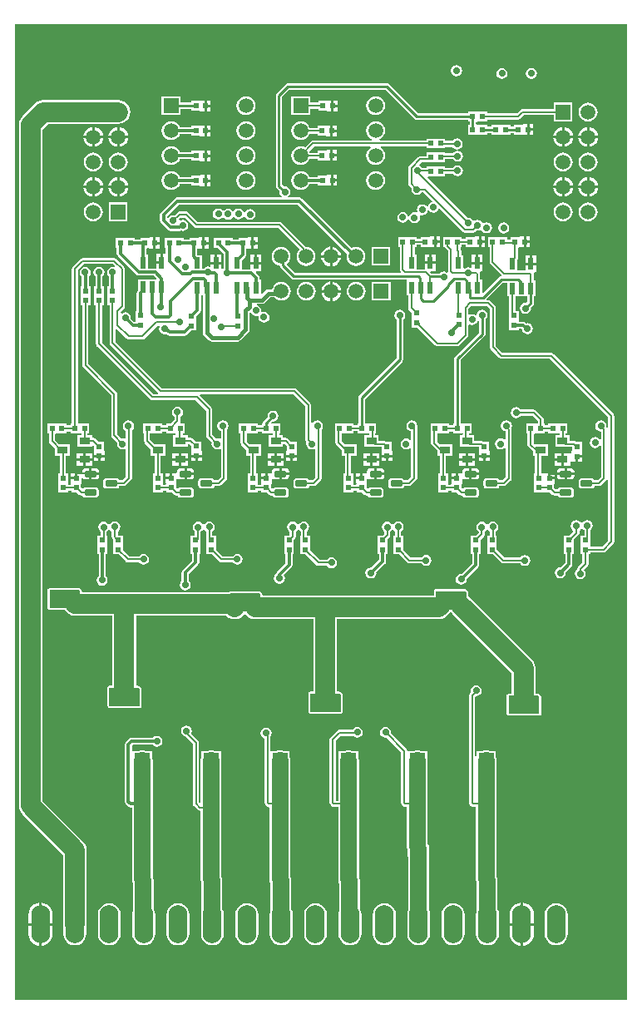
<source format=gbl>
G04*
G04 #@! TF.GenerationSoftware,Altium Limited,Altium Designer,20.0.13 (296)*
G04*
G04 Layer_Physical_Order=4*
G04 Layer_Color=16711680*
%FSLAX44Y44*%
%MOMM*%
G71*
G01*
G75*
%ADD12C,0.2000*%
%ADD14C,0.2500*%
%ADD18R,0.6000X0.5000*%
%ADD23R,0.5000X0.6000*%
%ADD51C,0.3000*%
%ADD52C,0.4000*%
%ADD54C,2.0000*%
%ADD57C,1.7000*%
%ADD58C,1.5000*%
%ADD59R,1.5000X1.5000*%
%ADD60R,1.5000X1.5000*%
%ADD61O,1.9304X3.8608*%
%ADD62C,0.7000*%
%ADD63C,0.8000*%
%ADD64R,1.1000X0.8000*%
G04:AMPARAMS|DCode=65|XSize=1.23mm|YSize=0.6mm|CornerRadius=0.075mm|HoleSize=0mm|Usage=FLASHONLY|Rotation=0.000|XOffset=0mm|YOffset=0mm|HoleType=Round|Shape=RoundedRectangle|*
%AMROUNDEDRECTD65*
21,1,1.2300,0.4500,0,0,0.0*
21,1,1.0800,0.6000,0,0,0.0*
1,1,0.1500,0.5400,-0.2250*
1,1,0.1500,-0.5400,-0.2250*
1,1,0.1500,-0.5400,0.2250*
1,1,0.1500,0.5400,0.2250*
%
%ADD65ROUNDEDRECTD65*%
%ADD66R,0.5900X1.2100*%
%ADD67R,1.6000X1.6000*%
G36*
X626432Y3569D02*
X3569D01*
Y996431D01*
X626431D01*
X626432Y3569D01*
D02*
G37*
%LPC*%
G36*
X452750Y954608D02*
X450604Y954181D01*
X448785Y952965D01*
X447569Y951146D01*
X447142Y949000D01*
X447569Y946854D01*
X448785Y945035D01*
X450604Y943819D01*
X452750Y943392D01*
X454896Y943819D01*
X456715Y945035D01*
X457931Y946854D01*
X458358Y949000D01*
X457931Y951146D01*
X456715Y952965D01*
X454896Y954181D01*
X452750Y954608D01*
D02*
G37*
G36*
X529000Y951858D02*
X526854Y951431D01*
X525035Y950215D01*
X523819Y948396D01*
X523392Y946250D01*
X523819Y944104D01*
X525035Y942285D01*
X526854Y941069D01*
X529000Y940642D01*
X531146Y941069D01*
X532965Y942285D01*
X534181Y944104D01*
X534608Y946250D01*
X534181Y948396D01*
X532965Y950215D01*
X531146Y951431D01*
X529000Y951858D01*
D02*
G37*
G36*
X499000D02*
X496854Y951431D01*
X495035Y950215D01*
X493819Y948396D01*
X493392Y946250D01*
X493819Y944104D01*
X495035Y942285D01*
X496854Y941069D01*
X499000Y940642D01*
X501146Y941069D01*
X502965Y942285D01*
X504181Y944104D01*
X504608Y946250D01*
X504181Y948396D01*
X502965Y950215D01*
X501146Y951431D01*
X499000Y951858D01*
D02*
G37*
G36*
X327770Y918790D02*
Y914520D01*
X331540D01*
Y918790D01*
X327770D01*
D02*
G37*
G36*
X198770Y918790D02*
Y914520D01*
X202540D01*
Y918790D01*
X198770D01*
D02*
G37*
G36*
X331540Y911980D02*
X327770D01*
Y907710D01*
X331540D01*
Y911980D01*
D02*
G37*
G36*
X303650Y922850D02*
X284650D01*
Y903850D01*
X303650D01*
Y910441D01*
X312000D01*
Y908250D01*
X320414Y908250D01*
X321460Y907710D01*
X322046Y907710D01*
X325230D01*
Y913250D01*
Y918790D01*
X321460D01*
X320414Y918250D01*
X312000Y918250D01*
Y916559D01*
X303650D01*
Y922850D01*
D02*
G37*
G36*
X202540Y911980D02*
X198770D01*
Y907710D01*
X202540D01*
Y911980D01*
D02*
G37*
G36*
X171650Y922850D02*
X152650D01*
Y903850D01*
X171650D01*
Y909936D01*
X183000D01*
Y908250D01*
X191414Y908250D01*
X192460Y907710D01*
X193046Y907710D01*
X196230D01*
Y913250D01*
Y918790D01*
X192460D01*
X191414Y918250D01*
X183000Y918250D01*
Y916564D01*
X171650D01*
Y922850D01*
D02*
G37*
G36*
X370350Y922932D02*
X367870Y922605D01*
X365559Y921648D01*
X363575Y920125D01*
X362052Y918141D01*
X361095Y915830D01*
X360768Y913350D01*
X361095Y910870D01*
X362052Y908559D01*
X363575Y906574D01*
X365559Y905052D01*
X367870Y904094D01*
X370350Y903768D01*
X372830Y904094D01*
X375141Y905052D01*
X377126Y906574D01*
X378648Y908559D01*
X379605Y910870D01*
X379932Y913350D01*
X379605Y915830D01*
X378648Y918141D01*
X377126Y920125D01*
X375141Y921648D01*
X372830Y922605D01*
X370350Y922932D01*
D02*
G37*
G36*
X238350D02*
X235870Y922605D01*
X233559Y921648D01*
X231574Y920125D01*
X230052Y918141D01*
X229095Y915830D01*
X228768Y913350D01*
X229095Y910870D01*
X230052Y908559D01*
X231574Y906574D01*
X233559Y905052D01*
X235870Y904094D01*
X238350Y903768D01*
X240830Y904094D01*
X243141Y905052D01*
X245125Y906574D01*
X246648Y908559D01*
X247605Y910870D01*
X247932Y913350D01*
X247605Y915830D01*
X246648Y918141D01*
X245125Y920125D01*
X243141Y921648D01*
X240830Y922605D01*
X238350Y922932D01*
D02*
G37*
G36*
X381732Y936581D02*
X281268D01*
X280000Y936329D01*
X278925Y935611D01*
X269657Y926343D01*
X268939Y925268D01*
X268686Y924000D01*
Y831750D01*
X268939Y830482D01*
X269657Y829407D01*
X272545Y826519D01*
X272392Y825750D01*
X272819Y823604D01*
X274035Y821785D01*
X274702Y821339D01*
X274317Y820069D01*
X168250D01*
X166884Y819797D01*
X165727Y819023D01*
X151977Y805273D01*
X151203Y804116D01*
X150931Y802750D01*
Y796265D01*
X151203Y794899D01*
X151977Y793741D01*
X158741Y786977D01*
X159899Y786203D01*
X161265Y785931D01*
X167400D01*
X167400Y785931D01*
X170918D01*
X172283Y786203D01*
X172319Y786227D01*
X174000Y785892D01*
X176146Y786319D01*
X177965Y787535D01*
X179181Y789354D01*
X179608Y791500D01*
X179181Y793646D01*
X177965Y795465D01*
X176146Y796681D01*
X174000Y797108D01*
X171889Y796688D01*
X171841Y796687D01*
X170561Y797286D01*
X170436Y798110D01*
X171767Y799441D01*
X176483D01*
X185837Y790087D01*
X186829Y789424D01*
X188000Y789191D01*
X188000Y789191D01*
X271233D01*
X292875Y767549D01*
X292825Y766775D01*
X291302Y764791D01*
X290345Y762480D01*
X290018Y760000D01*
X290345Y757520D01*
X291302Y755209D01*
X292825Y753225D01*
X294809Y751702D01*
X297120Y750744D01*
X299600Y750418D01*
X302080Y750744D01*
X304391Y751702D01*
X306376Y753225D01*
X307898Y755209D01*
X308855Y757520D01*
X309182Y760000D01*
X308855Y762480D01*
X307898Y764791D01*
X306376Y766776D01*
X304391Y768298D01*
X302080Y769256D01*
X299600Y769582D01*
X299436Y769560D01*
X299275Y769800D01*
X299275Y769800D01*
X274663Y794413D01*
X273671Y795076D01*
X272500Y795309D01*
X272500Y795309D01*
X189267D01*
X179913Y804663D01*
X178920Y805326D01*
X177750Y805559D01*
X177750Y805559D01*
X170500D01*
X170500Y805559D01*
X169329Y805326D01*
X168337Y804663D01*
X168337Y804663D01*
X165569Y801895D01*
X164500Y802108D01*
X162354Y801681D01*
X160535Y800465D01*
X159319Y798646D01*
X158069Y798869D01*
Y801272D01*
X169728Y812931D01*
X291402D01*
X341352Y762981D01*
X341145Y762480D01*
X340818Y760000D01*
X341145Y757520D01*
X342102Y755209D01*
X343625Y753225D01*
X345609Y751702D01*
X347920Y750744D01*
X350400Y750418D01*
X352880Y750744D01*
X355191Y751702D01*
X357175Y753225D01*
X358698Y755209D01*
X359655Y757520D01*
X359982Y760000D01*
X359655Y762480D01*
X358698Y764791D01*
X357175Y766776D01*
X355191Y768298D01*
X352880Y769256D01*
X350400Y769582D01*
X347920Y769256D01*
X345976Y768450D01*
X295403Y819023D01*
X294245Y819797D01*
X292880Y820069D01*
X281683D01*
X281297Y821339D01*
X281965Y821785D01*
X283181Y823604D01*
X283608Y825750D01*
X283181Y827896D01*
X281965Y829715D01*
X280146Y830931D01*
X278000Y831358D01*
X277231Y831205D01*
X275314Y833123D01*
Y922627D01*
X282640Y929954D01*
X380360D01*
X410157Y900157D01*
X411232Y899439D01*
X412500Y899186D01*
X464750D01*
Y897500D01*
X465936D01*
Y894000D01*
X464750D01*
Y884000D01*
X473480D01*
X473750Y884000D01*
X474750D01*
X475020Y884000D01*
X483750D01*
Y885686D01*
X488500D01*
Y884000D01*
X497230D01*
X497500Y884000D01*
X498500D01*
X498770Y884000D01*
X507500D01*
Y885686D01*
X511250D01*
Y884000D01*
X519664Y884000D01*
X520710Y883460D01*
X521296Y883460D01*
X524480D01*
Y889000D01*
Y894540D01*
X520710D01*
X519664Y894000D01*
X511250Y894000D01*
Y892314D01*
X507500D01*
Y894000D01*
X498770D01*
X498500Y894000D01*
X497500D01*
X497230Y894000D01*
X488500D01*
Y892314D01*
X483750D01*
Y894000D01*
X475020D01*
X474750Y894000D01*
X473750D01*
X472564Y894854D01*
Y896602D01*
X472721Y896759D01*
X473750Y897500D01*
X474750D01*
X475020Y897500D01*
X483750D01*
Y899441D01*
X515525D01*
X515525Y899441D01*
X516696Y899674D01*
X517688Y900337D01*
X521342Y903991D01*
X551850D01*
Y897550D01*
X570850D01*
Y916550D01*
X551850D01*
Y910109D01*
X520075D01*
X518904Y909876D01*
X517912Y909213D01*
X514258Y905559D01*
X483750D01*
Y907500D01*
X475020D01*
X474750Y907500D01*
X473750D01*
X473480Y907500D01*
X464750D01*
Y905814D01*
X413873D01*
X384075Y935611D01*
X383000Y936329D01*
X382790Y936371D01*
X381732Y936581D01*
D02*
G37*
G36*
X586750Y916632D02*
X584270Y916305D01*
X581959Y915348D01*
X579975Y913826D01*
X578452Y911841D01*
X577495Y909530D01*
X577168Y907050D01*
X577495Y904570D01*
X578452Y902259D01*
X579975Y900275D01*
X581959Y898752D01*
X584270Y897794D01*
X586750Y897468D01*
X589230Y897794D01*
X591541Y898752D01*
X593526Y900275D01*
X595048Y902259D01*
X596006Y904570D01*
X596332Y907050D01*
X596006Y909530D01*
X595048Y911841D01*
X593526Y913826D01*
X591541Y915348D01*
X589230Y916305D01*
X586750Y916632D01*
D02*
G37*
G36*
X527020Y894540D02*
Y890270D01*
X530790D01*
Y894540D01*
X527020D01*
D02*
G37*
G36*
X326770Y893540D02*
Y889270D01*
X330540D01*
Y893540D01*
X326770D01*
D02*
G37*
G36*
X198770Y893457D02*
Y889187D01*
X202540D01*
Y893457D01*
X198770D01*
D02*
G37*
G36*
X530790Y887730D02*
X527020D01*
Y883460D01*
X530790D01*
Y887730D01*
D02*
G37*
G36*
X109670Y891609D02*
Y882920D01*
X118359D01*
X118182Y884271D01*
X117170Y886713D01*
X115561Y888811D01*
X113463Y890420D01*
X111021Y891432D01*
X109670Y891609D01*
D02*
G37*
G36*
X84270D02*
Y882920D01*
X92959D01*
X92782Y884271D01*
X91770Y886713D01*
X90161Y888811D01*
X88063Y890420D01*
X85621Y891432D01*
X84270Y891609D01*
D02*
G37*
G36*
X588020D02*
Y882920D01*
X596709D01*
X596532Y884271D01*
X595520Y886713D01*
X593911Y888811D01*
X591813Y890420D01*
X589371Y891432D01*
X588020Y891609D01*
D02*
G37*
G36*
X562620D02*
Y882920D01*
X571309D01*
X571132Y884271D01*
X570120Y886713D01*
X568511Y888811D01*
X566413Y890420D01*
X563971Y891432D01*
X562620Y891609D01*
D02*
G37*
G36*
X585480D02*
X584129Y891432D01*
X581687Y890420D01*
X579589Y888811D01*
X577980Y886713D01*
X576968Y884271D01*
X576791Y882920D01*
X585480D01*
Y891609D01*
D02*
G37*
G36*
X560080D02*
X558729Y891432D01*
X556287Y890420D01*
X554189Y888811D01*
X552580Y886713D01*
X551568Y884271D01*
X551391Y882920D01*
X560080D01*
Y891609D01*
D02*
G37*
G36*
X107130D02*
X105779Y891432D01*
X103337Y890420D01*
X101239Y888811D01*
X99630Y886713D01*
X98618Y884271D01*
X98441Y882920D01*
X107130D01*
Y891609D01*
D02*
G37*
G36*
X81730D02*
X80379Y891432D01*
X77937Y890420D01*
X75839Y888811D01*
X74230Y886713D01*
X73218Y884271D01*
X73040Y882920D01*
X81730D01*
Y891609D01*
D02*
G37*
G36*
X330540Y886730D02*
X326770D01*
Y882460D01*
X330540D01*
Y886730D01*
D02*
G37*
G36*
X294150Y897532D02*
X291670Y897205D01*
X289359Y896248D01*
X287375Y894725D01*
X285852Y892741D01*
X284895Y890430D01*
X284568Y887950D01*
X284895Y885470D01*
X285852Y883159D01*
X287375Y881174D01*
X289359Y879652D01*
X291670Y878695D01*
X294150Y878368D01*
X296630Y878695D01*
X298941Y879652D01*
X300926Y881174D01*
X302448Y883159D01*
X303166Y884891D01*
X311000D01*
Y883000D01*
X319414Y883000D01*
X320460Y882460D01*
X321046Y882460D01*
X324230D01*
Y888000D01*
Y893540D01*
X320460D01*
X319414Y893000D01*
X311000Y893000D01*
Y891009D01*
X303166D01*
X302448Y892741D01*
X300926Y894725D01*
X298941Y896248D01*
X296630Y897205D01*
X294150Y897532D01*
D02*
G37*
G36*
X202540Y886647D02*
X198770D01*
Y882377D01*
X202540D01*
Y886647D01*
D02*
G37*
G36*
X162150Y897532D02*
X159670Y897205D01*
X157359Y896248D01*
X155374Y894725D01*
X153852Y892741D01*
X152894Y890430D01*
X152568Y887950D01*
X152894Y885470D01*
X153852Y883159D01*
X155374Y881174D01*
X157359Y879652D01*
X159670Y878695D01*
X162150Y878368D01*
X164630Y878695D01*
X166941Y879652D01*
X168925Y881174D01*
X170448Y883159D01*
X170948Y884365D01*
X183000D01*
Y882917D01*
X191414Y882917D01*
X192460Y882377D01*
X193046Y882377D01*
X196230D01*
Y887917D01*
Y893457D01*
X192460D01*
X191414Y892917D01*
X183000Y892917D01*
Y891502D01*
X170961D01*
X170448Y892741D01*
X168925Y894725D01*
X166941Y896248D01*
X164630Y897205D01*
X162150Y897532D01*
D02*
G37*
G36*
X238350D02*
X235870Y897205D01*
X233559Y896248D01*
X231574Y894725D01*
X230052Y892741D01*
X229095Y890430D01*
X228768Y887950D01*
X229095Y885470D01*
X230052Y883159D01*
X231574Y881174D01*
X233559Y879652D01*
X235870Y878695D01*
X238350Y878368D01*
X240830Y878695D01*
X243141Y879652D01*
X245125Y881174D01*
X246648Y883159D01*
X247605Y885470D01*
X247932Y887950D01*
X247605Y890430D01*
X246648Y892741D01*
X245125Y894725D01*
X243141Y896248D01*
X240830Y897205D01*
X238350Y897532D01*
D02*
G37*
G36*
X118359Y880380D02*
X109670D01*
Y871691D01*
X111021Y871868D01*
X113463Y872880D01*
X115561Y874489D01*
X117170Y876587D01*
X118182Y879029D01*
X118359Y880380D01*
D02*
G37*
G36*
X92959D02*
X84270D01*
Y871691D01*
X85621Y871868D01*
X88063Y872880D01*
X90161Y874489D01*
X91770Y876587D01*
X92782Y879029D01*
X92959Y880380D01*
D02*
G37*
G36*
X596709D02*
X588020D01*
Y871691D01*
X589371Y871868D01*
X591813Y872880D01*
X593911Y874489D01*
X595520Y876587D01*
X596532Y879029D01*
X596709Y880380D01*
D02*
G37*
G36*
X571309D02*
X562620D01*
Y871691D01*
X563971Y871868D01*
X566413Y872880D01*
X568511Y874489D01*
X570120Y876587D01*
X571132Y879029D01*
X571309Y880380D01*
D02*
G37*
G36*
X585480D02*
X576791D01*
X576968Y879029D01*
X577980Y876587D01*
X579589Y874489D01*
X581687Y872880D01*
X584129Y871868D01*
X585480Y871691D01*
Y880380D01*
D02*
G37*
G36*
X560080D02*
X551391D01*
X551568Y879029D01*
X552580Y876587D01*
X554189Y874489D01*
X556287Y872880D01*
X558729Y871868D01*
X560080Y871691D01*
Y880380D01*
D02*
G37*
G36*
X81730D02*
X73041D01*
X73218Y879029D01*
X74230Y876587D01*
X75839Y874489D01*
X77937Y872880D01*
X80379Y871868D01*
X81730Y871691D01*
Y880380D01*
D02*
G37*
G36*
X107130D02*
X98441D01*
X98618Y879029D01*
X99630Y876587D01*
X101239Y874489D01*
X103337Y872880D01*
X105779Y871868D01*
X107130Y871691D01*
Y880380D01*
D02*
G37*
G36*
X370350Y897532D02*
X367870Y897205D01*
X365559Y896248D01*
X363575Y894725D01*
X362052Y892741D01*
X361095Y890430D01*
X360768Y887950D01*
X361095Y885470D01*
X362052Y883159D01*
X363575Y881174D01*
X365559Y879652D01*
X366339Y879329D01*
X366086Y878059D01*
X306600D01*
X305429Y877826D01*
X304437Y877163D01*
X298362Y871088D01*
X296630Y871805D01*
X294150Y872132D01*
X291670Y871805D01*
X289359Y870848D01*
X287375Y869325D01*
X285852Y867341D01*
X284895Y865030D01*
X284568Y862550D01*
X284895Y860070D01*
X285852Y857759D01*
X287375Y855775D01*
X289359Y854252D01*
X291670Y853295D01*
X294150Y852968D01*
X296630Y853295D01*
X298941Y854252D01*
X300926Y855775D01*
X302448Y857759D01*
X303166Y859491D01*
X311250D01*
Y857750D01*
X319664Y857750D01*
X320710Y857210D01*
X321296Y857210D01*
X324480D01*
Y862750D01*
Y868290D01*
X320710D01*
X319664Y867750D01*
X311250Y867750D01*
Y865609D01*
X303166D01*
X302688Y866762D01*
X307867Y871941D01*
X364993D01*
X365163Y871613D01*
X365328Y870671D01*
X363575Y869325D01*
X362052Y867341D01*
X361095Y865030D01*
X360768Y862550D01*
X361095Y860070D01*
X362052Y857759D01*
X363575Y855775D01*
X365559Y854252D01*
X367870Y853295D01*
X370350Y852968D01*
X372830Y853295D01*
X375141Y854252D01*
X377126Y855775D01*
X378648Y857759D01*
X379605Y860070D01*
X379932Y862550D01*
X379605Y865030D01*
X378648Y867341D01*
X377126Y869325D01*
X375372Y870671D01*
X375537Y871613D01*
X375707Y871941D01*
X422250D01*
Y870000D01*
X430980D01*
X431250Y870000D01*
X432250D01*
X432520Y870000D01*
X441250D01*
Y871441D01*
X448929D01*
X449535Y870535D01*
X451354Y869319D01*
X453500Y868892D01*
X455646Y869319D01*
X457465Y870535D01*
X458681Y872354D01*
X459108Y874500D01*
X458681Y876646D01*
X457465Y878465D01*
X455646Y879681D01*
X453500Y880108D01*
X451354Y879681D01*
X449535Y878465D01*
X448929Y877559D01*
X441250D01*
Y880000D01*
X432520D01*
X432250Y880000D01*
X431250D01*
X430980Y880000D01*
X422250D01*
Y878059D01*
X374614D01*
X374361Y879329D01*
X375141Y879652D01*
X377126Y881174D01*
X378648Y883159D01*
X379605Y885470D01*
X379932Y887950D01*
X379605Y890430D01*
X378648Y892741D01*
X377126Y894725D01*
X375141Y896248D01*
X372830Y897205D01*
X370350Y897532D01*
D02*
G37*
G36*
X453750Y867608D02*
X451604Y867181D01*
X449785Y865965D01*
X449179Y865059D01*
X441250D01*
Y865875D01*
X432520D01*
X432250Y865875D01*
X431250D01*
X430980Y865875D01*
X422250D01*
Y861934D01*
X415683D01*
X414512Y861701D01*
X413520Y861038D01*
X413520Y861038D01*
X404587Y852105D01*
X403924Y851113D01*
X403691Y849942D01*
X403691Y849942D01*
Y834000D01*
X403691Y834000D01*
X403924Y832830D01*
X404587Y831837D01*
X407105Y829319D01*
X406892Y828250D01*
X407319Y826104D01*
X408535Y824285D01*
X410354Y823069D01*
X412500Y822642D01*
X414646Y823069D01*
X416465Y824285D01*
X417071Y825191D01*
X419358D01*
X428040Y816509D01*
X427672Y815294D01*
X427104Y815181D01*
X425285Y813965D01*
X424069Y812146D01*
X423833Y810957D01*
X422484Y810688D01*
X421965Y811465D01*
X420146Y812681D01*
X418000Y813108D01*
X415854Y812681D01*
X414035Y811465D01*
X412819Y809646D01*
X412392Y807500D01*
X412738Y805759D01*
X412632Y805565D01*
X411935Y804868D01*
X411741Y804762D01*
X410000Y805108D01*
X407854Y804681D01*
X406035Y803465D01*
X404819Y801646D01*
X404672Y800908D01*
X403377D01*
X403181Y801896D01*
X401965Y803715D01*
X400146Y804931D01*
X398000Y805358D01*
X395854Y804931D01*
X394035Y803715D01*
X392819Y801896D01*
X392392Y799750D01*
X392819Y797604D01*
X394035Y795785D01*
X395854Y794569D01*
X398000Y794142D01*
X400146Y794569D01*
X401965Y795785D01*
X403181Y797604D01*
X403328Y798342D01*
X404623D01*
X404819Y797354D01*
X406035Y795535D01*
X407854Y794319D01*
X410000Y793892D01*
X412146Y794319D01*
X413965Y795535D01*
X415181Y797354D01*
X415608Y799500D01*
X415261Y801241D01*
X415368Y801435D01*
X416065Y802132D01*
X416259Y802238D01*
X418000Y801892D01*
X420146Y802319D01*
X421965Y803535D01*
X423181Y805354D01*
X423417Y806543D01*
X424766Y806812D01*
X425285Y806035D01*
X427104Y804819D01*
X429250Y804392D01*
X431396Y804819D01*
X433215Y806035D01*
X434431Y807854D01*
X434544Y808421D01*
X435759Y808790D01*
X459462Y785087D01*
X459462Y785087D01*
X460454Y784424D01*
X461625Y784191D01*
X461625Y784191D01*
X469557D01*
X469558Y784191D01*
X470728Y784424D01*
X471721Y785087D01*
X473020Y786387D01*
X474250Y786142D01*
X476396Y786569D01*
X476938Y786932D01*
X478468Y786581D01*
X479308Y785323D01*
X481128Y784108D01*
X483274Y783681D01*
X485420Y784108D01*
X487239Y785323D01*
X488454Y787142D01*
X488881Y789288D01*
X488454Y791434D01*
X487239Y793254D01*
X485420Y794469D01*
X483274Y794896D01*
X481128Y794469D01*
X480585Y794107D01*
X479056Y794457D01*
X478215Y795715D01*
X476396Y796931D01*
X474250Y797358D01*
X472104Y796931D01*
X471164Y796302D01*
X470111Y795927D01*
X469536Y796626D01*
X468808Y797715D01*
X466989Y798931D01*
X464843Y799358D01*
X464399Y799269D01*
X423189Y840480D01*
X423715Y841750D01*
X430980D01*
X431250Y841750D01*
X432250D01*
X432520Y841750D01*
X441250D01*
Y844191D01*
X449179D01*
X449785Y843285D01*
X451604Y842069D01*
X453750Y841642D01*
X455896Y842069D01*
X457715Y843285D01*
X458931Y845104D01*
X459358Y847250D01*
X458931Y849396D01*
X457715Y851215D01*
X455896Y852431D01*
X453750Y852858D01*
X451604Y852431D01*
X449785Y851215D01*
X449179Y850309D01*
X441250D01*
Y851750D01*
X432520D01*
X432250Y851750D01*
X431250D01*
X430980Y851750D01*
X422250D01*
Y850309D01*
X417821D01*
X417215Y851215D01*
X415396Y852431D01*
X415189Y852472D01*
X414821Y853687D01*
X416950Y855816D01*
X425250D01*
X425250Y855816D01*
X425546Y855875D01*
X430980D01*
X431250Y855875D01*
X432250D01*
X432520Y855875D01*
X441250D01*
Y858941D01*
X449179D01*
X449785Y858035D01*
X451604Y856819D01*
X453750Y856392D01*
X455896Y856819D01*
X457715Y858035D01*
X458931Y859854D01*
X459358Y862000D01*
X458931Y864146D01*
X457715Y865965D01*
X455896Y867181D01*
X453750Y867608D01*
D02*
G37*
G36*
X327020Y868290D02*
Y864020D01*
X330790D01*
Y868290D01*
X327020D01*
D02*
G37*
G36*
X198770Y868123D02*
Y863853D01*
X202540D01*
Y868123D01*
X198770D01*
D02*
G37*
G36*
X330790Y861480D02*
X327020D01*
Y857210D01*
X330790D01*
Y861480D01*
D02*
G37*
G36*
X202540Y861313D02*
X198770D01*
Y857043D01*
X202540D01*
Y861313D01*
D02*
G37*
G36*
X162150Y872132D02*
X159670Y871805D01*
X157359Y870848D01*
X155374Y869325D01*
X153852Y867341D01*
X152894Y865030D01*
X152568Y862550D01*
X152894Y860070D01*
X153852Y857759D01*
X155374Y855775D01*
X157359Y854252D01*
X159670Y853295D01*
X162150Y852968D01*
X164630Y853295D01*
X166941Y854252D01*
X168925Y855775D01*
X170448Y857759D01*
X170961Y858998D01*
X183000D01*
Y857583D01*
X191414Y857583D01*
X192460Y857043D01*
X193046Y857043D01*
X196230D01*
Y862583D01*
Y868123D01*
X192460D01*
X191414Y867583D01*
X183000Y867583D01*
Y866135D01*
X170948D01*
X170448Y867341D01*
X168925Y869325D01*
X166941Y870848D01*
X164630Y871805D01*
X162150Y872132D01*
D02*
G37*
G36*
X238350D02*
X235870Y871805D01*
X233559Y870848D01*
X231574Y869325D01*
X230052Y867341D01*
X229095Y865030D01*
X228768Y862550D01*
X229095Y860070D01*
X230052Y857759D01*
X231574Y855775D01*
X233559Y854252D01*
X235870Y853295D01*
X238350Y852968D01*
X240830Y853295D01*
X243141Y854252D01*
X245125Y855775D01*
X246648Y857759D01*
X247605Y860070D01*
X247932Y862550D01*
X247605Y865030D01*
X246648Y867341D01*
X245125Y869325D01*
X243141Y870848D01*
X240830Y871805D01*
X238350Y872132D01*
D02*
G37*
G36*
X586750Y865832D02*
X584270Y865506D01*
X581959Y864548D01*
X579975Y863026D01*
X578452Y861041D01*
X577495Y858730D01*
X577168Y856250D01*
X577495Y853770D01*
X578452Y851459D01*
X579975Y849475D01*
X581959Y847952D01*
X584270Y846994D01*
X586750Y846668D01*
X589230Y846994D01*
X591541Y847952D01*
X593526Y849475D01*
X595048Y851459D01*
X596006Y853770D01*
X596332Y856250D01*
X596006Y858730D01*
X595048Y861041D01*
X593526Y863026D01*
X591541Y864548D01*
X589230Y865506D01*
X586750Y865832D01*
D02*
G37*
G36*
X561350D02*
X558870Y865506D01*
X556559Y864548D01*
X554575Y863026D01*
X553052Y861041D01*
X552095Y858730D01*
X551768Y856250D01*
X552095Y853770D01*
X553052Y851459D01*
X554575Y849475D01*
X556559Y847952D01*
X558870Y846994D01*
X561350Y846668D01*
X563830Y846994D01*
X566141Y847952D01*
X568125Y849475D01*
X569648Y851459D01*
X570606Y853770D01*
X570932Y856250D01*
X570606Y858730D01*
X569648Y861041D01*
X568125Y863026D01*
X566141Y864548D01*
X563830Y865506D01*
X561350Y865832D01*
D02*
G37*
G36*
X108400D02*
X105920Y865506D01*
X103609Y864548D01*
X101624Y863026D01*
X100102Y861041D01*
X99144Y858730D01*
X98818Y856250D01*
X99144Y853770D01*
X100102Y851459D01*
X101624Y849475D01*
X103609Y847952D01*
X105920Y846994D01*
X108400Y846668D01*
X110880Y846994D01*
X113191Y847952D01*
X115175Y849475D01*
X116698Y851459D01*
X117655Y853770D01*
X117982Y856250D01*
X117655Y858730D01*
X116698Y861041D01*
X115175Y863026D01*
X113191Y864548D01*
X110880Y865506D01*
X108400Y865832D01*
D02*
G37*
G36*
X83000D02*
X80520Y865506D01*
X78209Y864548D01*
X76224Y863026D01*
X74702Y861041D01*
X73745Y858730D01*
X73418Y856250D01*
X73745Y853770D01*
X74702Y851459D01*
X76224Y849475D01*
X78209Y847952D01*
X80520Y846994D01*
X83000Y846668D01*
X85480Y846994D01*
X87791Y847952D01*
X89775Y849475D01*
X91298Y851459D01*
X92255Y853770D01*
X92582Y856250D01*
X92255Y858730D01*
X91298Y861041D01*
X89775Y863026D01*
X87791Y864548D01*
X85480Y865506D01*
X83000Y865832D01*
D02*
G37*
G36*
X327520Y843040D02*
Y838770D01*
X331290D01*
Y843040D01*
X327520D01*
D02*
G37*
G36*
X198770Y842790D02*
Y838520D01*
X202540D01*
Y842790D01*
X198770D01*
D02*
G37*
G36*
X109670Y840809D02*
Y832120D01*
X118359D01*
X118182Y833471D01*
X117170Y835913D01*
X115561Y838011D01*
X113463Y839620D01*
X111021Y840632D01*
X109670Y840809D01*
D02*
G37*
G36*
X84270D02*
Y832120D01*
X92959D01*
X92782Y833471D01*
X91770Y835913D01*
X90161Y838011D01*
X88063Y839620D01*
X85621Y840632D01*
X84270Y840809D01*
D02*
G37*
G36*
X588020D02*
Y832120D01*
X596709D01*
X596532Y833471D01*
X595520Y835913D01*
X593911Y838011D01*
X591813Y839620D01*
X589371Y840632D01*
X588020Y840809D01*
D02*
G37*
G36*
X562620D02*
Y832120D01*
X571309D01*
X571132Y833471D01*
X570120Y835913D01*
X568511Y838011D01*
X566413Y839620D01*
X563971Y840632D01*
X562620Y840809D01*
D02*
G37*
G36*
X585480D02*
X584129Y840632D01*
X581687Y839620D01*
X579589Y838011D01*
X577980Y835913D01*
X576968Y833471D01*
X576791Y832120D01*
X585480D01*
Y840809D01*
D02*
G37*
G36*
X560080D02*
X558729Y840632D01*
X556287Y839620D01*
X554189Y838011D01*
X552580Y835913D01*
X551568Y833471D01*
X551391Y832120D01*
X560080D01*
Y840809D01*
D02*
G37*
G36*
X107130D02*
X105779Y840632D01*
X103337Y839620D01*
X101239Y838011D01*
X99630Y835913D01*
X98618Y833471D01*
X98441Y832120D01*
X107130D01*
Y840809D01*
D02*
G37*
G36*
X81730D02*
X80379Y840632D01*
X77937Y839620D01*
X75839Y838011D01*
X74230Y835913D01*
X73218Y833471D01*
X73040Y832120D01*
X81730D01*
Y840809D01*
D02*
G37*
G36*
X331290Y836230D02*
X327520D01*
Y831960D01*
X331290D01*
Y836230D01*
D02*
G37*
G36*
X294150Y846732D02*
X291670Y846405D01*
X289359Y845448D01*
X287375Y843925D01*
X285852Y841941D01*
X284895Y839630D01*
X284568Y837150D01*
X284895Y834670D01*
X285852Y832359D01*
X287375Y830375D01*
X289359Y828852D01*
X291670Y827895D01*
X294150Y827568D01*
X296630Y827895D01*
X298941Y828852D01*
X300926Y830375D01*
X302448Y832359D01*
X303027Y833756D01*
X311750D01*
Y832500D01*
X320164Y832500D01*
X321210Y831960D01*
X321796Y831960D01*
X324980D01*
Y837500D01*
Y843040D01*
X321210D01*
X320164Y842500D01*
X311750Y842500D01*
Y840894D01*
X302882D01*
X302448Y841941D01*
X300926Y843925D01*
X298941Y845448D01*
X296630Y846405D01*
X294150Y846732D01*
D02*
G37*
G36*
X202540Y835980D02*
X198770D01*
Y831710D01*
X202540D01*
Y835980D01*
D02*
G37*
G36*
X162150Y846732D02*
X159670Y846405D01*
X157359Y845448D01*
X155374Y843925D01*
X153852Y841941D01*
X152894Y839630D01*
X152568Y837150D01*
X152894Y834670D01*
X153852Y832359D01*
X155374Y830375D01*
X157359Y828852D01*
X159670Y827895D01*
X162150Y827568D01*
X164630Y827895D01*
X166941Y828852D01*
X168925Y830375D01*
X170448Y832359D01*
X170975Y833631D01*
X183000D01*
Y832250D01*
X191414Y832250D01*
X192460Y831710D01*
X193046Y831710D01*
X196230D01*
Y837250D01*
Y842790D01*
X192460D01*
X191414Y842250D01*
X183000Y842250D01*
Y840769D01*
X170934D01*
X170448Y841941D01*
X168925Y843925D01*
X166941Y845448D01*
X164630Y846405D01*
X162150Y846732D01*
D02*
G37*
G36*
X370350D02*
X367870Y846405D01*
X365559Y845448D01*
X363575Y843925D01*
X362052Y841941D01*
X361095Y839630D01*
X360768Y837150D01*
X361095Y834670D01*
X362052Y832359D01*
X363575Y830375D01*
X365559Y828852D01*
X367870Y827895D01*
X370350Y827568D01*
X372830Y827895D01*
X375141Y828852D01*
X377126Y830375D01*
X378648Y832359D01*
X379605Y834670D01*
X379932Y837150D01*
X379605Y839630D01*
X378648Y841941D01*
X377126Y843925D01*
X375141Y845448D01*
X372830Y846405D01*
X370350Y846732D01*
D02*
G37*
G36*
X238350D02*
X235870Y846405D01*
X233559Y845448D01*
X231574Y843925D01*
X230052Y841941D01*
X229095Y839630D01*
X228768Y837150D01*
X229095Y834670D01*
X230052Y832359D01*
X231574Y830375D01*
X233559Y828852D01*
X235870Y827895D01*
X238350Y827568D01*
X240830Y827895D01*
X243141Y828852D01*
X245125Y830375D01*
X246648Y832359D01*
X247605Y834670D01*
X247932Y837150D01*
X247605Y839630D01*
X246648Y841941D01*
X245125Y843925D01*
X243141Y845448D01*
X240830Y846405D01*
X238350Y846732D01*
D02*
G37*
G36*
X118359Y829580D02*
X109670D01*
Y820891D01*
X111021Y821068D01*
X113463Y822080D01*
X115561Y823689D01*
X117170Y825787D01*
X118182Y828229D01*
X118359Y829580D01*
D02*
G37*
G36*
X92959D02*
X84270D01*
Y820891D01*
X85621Y821068D01*
X88063Y822080D01*
X90161Y823689D01*
X91770Y825787D01*
X92782Y828229D01*
X92959Y829580D01*
D02*
G37*
G36*
X596709D02*
X588020D01*
Y820891D01*
X589371Y821068D01*
X591813Y822080D01*
X593911Y823689D01*
X595520Y825787D01*
X596532Y828229D01*
X596709Y829580D01*
D02*
G37*
G36*
X571309D02*
X562620D01*
Y820891D01*
X563971Y821068D01*
X566413Y822080D01*
X568511Y823689D01*
X570120Y825787D01*
X571132Y828229D01*
X571309Y829580D01*
D02*
G37*
G36*
X585480D02*
X576791D01*
X576968Y828229D01*
X577980Y825787D01*
X579589Y823689D01*
X581687Y822080D01*
X584129Y821068D01*
X585480Y820891D01*
Y829580D01*
D02*
G37*
G36*
X560080D02*
X551391D01*
X551568Y828229D01*
X552580Y825787D01*
X554189Y823689D01*
X556287Y822080D01*
X558729Y821068D01*
X560080Y820891D01*
Y829580D01*
D02*
G37*
G36*
X81730D02*
X73041D01*
X73218Y828229D01*
X74230Y825787D01*
X75839Y823689D01*
X77937Y822080D01*
X80379Y821068D01*
X81730Y820891D01*
Y829580D01*
D02*
G37*
G36*
X107130D02*
X98441D01*
X98618Y828229D01*
X99630Y825787D01*
X101239Y823689D01*
X103337Y822080D01*
X105779Y821068D01*
X107130Y820891D01*
Y829580D01*
D02*
G37*
G36*
X230750Y808858D02*
X228604Y808431D01*
X226785Y807215D01*
X226180Y806311D01*
X224653D01*
X224215Y806965D01*
X222396Y808181D01*
X220250Y808608D01*
X218104Y808181D01*
X216285Y806965D01*
X215968Y806492D01*
X214699D01*
X214215Y807215D01*
X212396Y808431D01*
X210250Y808858D01*
X208104Y808431D01*
X206285Y807215D01*
X205069Y805396D01*
X204642Y803250D01*
X205069Y801104D01*
X206285Y799285D01*
X208104Y798069D01*
X210250Y797642D01*
X212396Y798069D01*
X214215Y799285D01*
X214531Y799758D01*
X215802D01*
X216285Y799035D01*
X218104Y797819D01*
X220250Y797392D01*
X222396Y797819D01*
X224215Y799035D01*
X224820Y799939D01*
X226347D01*
X226785Y799285D01*
X228604Y798069D01*
X230750Y797642D01*
X232896Y798069D01*
X234715Y799285D01*
X235926Y801097D01*
X235961Y801104D01*
X237223Y801089D01*
X237319Y800604D01*
X238535Y798785D01*
X240354Y797569D01*
X242500Y797142D01*
X244646Y797569D01*
X246465Y798785D01*
X247681Y800604D01*
X248108Y802750D01*
X247681Y804896D01*
X246465Y806715D01*
X244646Y807931D01*
X242500Y808358D01*
X240354Y807931D01*
X238535Y806715D01*
X237324Y804903D01*
X237289Y804896D01*
X236027Y804911D01*
X235931Y805396D01*
X234715Y807215D01*
X232896Y808431D01*
X230750Y808858D01*
D02*
G37*
G36*
X117900Y814950D02*
X98900D01*
Y795950D01*
X117900D01*
Y814950D01*
D02*
G37*
G36*
X586750Y815032D02*
X584270Y814706D01*
X581959Y813748D01*
X579975Y812225D01*
X578452Y810241D01*
X577495Y807930D01*
X577168Y805450D01*
X577495Y802970D01*
X578452Y800659D01*
X579975Y798675D01*
X581959Y797152D01*
X584270Y796195D01*
X586750Y795868D01*
X589230Y796195D01*
X591541Y797152D01*
X593526Y798675D01*
X595048Y800659D01*
X596006Y802970D01*
X596332Y805450D01*
X596006Y807930D01*
X595048Y810241D01*
X593526Y812225D01*
X591541Y813748D01*
X589230Y814706D01*
X586750Y815032D01*
D02*
G37*
G36*
X561350D02*
X558870Y814706D01*
X556559Y813748D01*
X554575Y812225D01*
X553052Y810241D01*
X552095Y807930D01*
X551768Y805450D01*
X552095Y802970D01*
X553052Y800659D01*
X554575Y798675D01*
X556559Y797152D01*
X558870Y796195D01*
X561350Y795868D01*
X563830Y796195D01*
X566141Y797152D01*
X568125Y798675D01*
X569648Y800659D01*
X570606Y802970D01*
X570932Y805450D01*
X570606Y807930D01*
X569648Y810241D01*
X568125Y812225D01*
X566141Y813748D01*
X563830Y814706D01*
X561350Y815032D01*
D02*
G37*
G36*
X83000D02*
X80520Y814706D01*
X78209Y813748D01*
X76224Y812225D01*
X74702Y810241D01*
X73745Y807930D01*
X73418Y805450D01*
X73745Y802970D01*
X74702Y800659D01*
X76224Y798675D01*
X78209Y797152D01*
X80520Y796195D01*
X83000Y795868D01*
X85480Y796195D01*
X87791Y797152D01*
X89775Y798675D01*
X91298Y800659D01*
X92255Y802970D01*
X92582Y805450D01*
X92255Y807930D01*
X91298Y810241D01*
X89775Y812225D01*
X87791Y813748D01*
X85480Y814706D01*
X83000Y815032D01*
D02*
G37*
G36*
X500750Y794608D02*
X498604Y794181D01*
X496785Y792965D01*
X495569Y791146D01*
X495142Y789000D01*
X495569Y786854D01*
X496785Y785035D01*
X498604Y783819D01*
X500750Y783392D01*
X502896Y783819D01*
X504715Y785035D01*
X505931Y786854D01*
X506358Y789000D01*
X505931Y791146D01*
X504715Y792965D01*
X502896Y794181D01*
X500750Y794608D01*
D02*
G37*
G36*
X471610Y780290D02*
X470564Y779750D01*
X462150Y779750D01*
Y777809D01*
X458225D01*
Y779750D01*
X449225D01*
X449225Y779750D01*
X448225D01*
Y779750D01*
X447955Y779750D01*
X439225D01*
Y769750D01*
X440820D01*
X440899Y769354D01*
X441562Y768362D01*
X443941Y765983D01*
Y745250D01*
X443941Y745250D01*
X444092Y744491D01*
X443038Y743668D01*
X441896Y744431D01*
X439750Y744858D01*
X437604Y744431D01*
X435785Y743215D01*
X435516Y742814D01*
X426887D01*
X425914Y743787D01*
X426400Y744960D01*
X431365D01*
Y752280D01*
X425875D01*
X420385D01*
Y747059D01*
X411825D01*
Y761600D01*
X410434D01*
Y769750D01*
X412375D01*
Y771691D01*
X416300D01*
Y769750D01*
X424714Y769750D01*
X425760Y769210D01*
X426346Y769210D01*
X429530D01*
Y774750D01*
Y780290D01*
X425760D01*
X424714Y779750D01*
X416300Y779750D01*
Y777809D01*
X412375D01*
Y779750D01*
X403375D01*
Y779750D01*
X402375D01*
Y779750D01*
X393375D01*
Y769750D01*
X394816D01*
Y746750D01*
X394816Y746750D01*
X395049Y745580D01*
X395712Y744587D01*
X396062Y744237D01*
X395576Y743064D01*
X288623D01*
X280234Y751452D01*
X280317Y752720D01*
X280975Y753225D01*
X282498Y755209D01*
X283456Y757520D01*
X283782Y760000D01*
X283456Y762480D01*
X282498Y764791D01*
X280975Y766776D01*
X278991Y768298D01*
X276680Y769256D01*
X274200Y769582D01*
X271720Y769256D01*
X269409Y768298D01*
X267425Y766776D01*
X265902Y764791D01*
X264945Y762480D01*
X264618Y760000D01*
X264945Y757520D01*
X265902Y755209D01*
X267425Y753225D01*
X269409Y751702D01*
X271720Y750744D01*
X272810Y750601D01*
X272994Y749677D01*
X273712Y748602D01*
X284907Y737407D01*
X285982Y736689D01*
X287250Y736436D01*
X401925D01*
Y720400D01*
X403816D01*
Y707375D01*
X403816Y707375D01*
X404049Y706204D01*
X404712Y705212D01*
X407500Y702424D01*
Y697750D01*
X407500D01*
Y696750D01*
X407500D01*
Y687750D01*
X412674D01*
X431087Y669337D01*
X432080Y668674D01*
X433250Y668441D01*
X433250Y668441D01*
X453250D01*
X453250Y668441D01*
X454421Y668674D01*
X455413Y669337D01*
X463913Y677837D01*
X464576Y678829D01*
X464809Y680000D01*
X464809Y680000D01*
Y690255D01*
X465929Y690853D01*
X466354Y690569D01*
X468500Y690142D01*
X470646Y690569D01*
X472465Y691785D01*
X473681Y693604D01*
X473787Y694137D01*
X475206Y694763D01*
X475436Y694624D01*
Y682373D01*
X451177Y658113D01*
X450458Y657038D01*
X450206Y655770D01*
Y589750D01*
X449020D01*
Y588059D01*
X445300D01*
Y590000D01*
X436570D01*
X436300Y590000D01*
X435300D01*
X435030Y590000D01*
X426300D01*
Y580000D01*
X426941D01*
Y569850D01*
X426941Y569850D01*
X427174Y568680D01*
X427837Y567687D01*
X433420Y562104D01*
Y556750D01*
X435941D01*
Y539000D01*
X434400D01*
Y530270D01*
X434400Y530000D01*
Y529000D01*
X434400Y528730D01*
Y520000D01*
X444400D01*
Y521441D01*
X447900D01*
Y520000D01*
X453174D01*
X455587Y517587D01*
X455587Y517587D01*
X456580Y516924D01*
X457750Y516691D01*
X457750Y516691D01*
X459107D01*
X459160Y516427D01*
X459767Y515517D01*
X460677Y514910D01*
X461750Y514696D01*
X472550D01*
X473623Y514910D01*
X474533Y515517D01*
X475140Y516427D01*
X475354Y517500D01*
Y522000D01*
X475140Y523073D01*
X474533Y523983D01*
X473623Y524590D01*
X472550Y524804D01*
X461750D01*
X460677Y524590D01*
X459767Y523983D01*
X458603Y524326D01*
X457900Y524962D01*
X457900Y528414D01*
X458440Y529460D01*
X458440Y530046D01*
Y533344D01*
X458608Y533484D01*
X459710Y533906D01*
X460466Y533401D01*
X461750Y533145D01*
X465880D01*
Y538750D01*
Y544355D01*
X461750D01*
X460466Y544099D01*
X459378Y543372D01*
X458651Y542284D01*
X458396Y541000D01*
Y539540D01*
X454170D01*
Y534500D01*
X452900D01*
Y533230D01*
X447360D01*
Y529460D01*
X447686Y528829D01*
X447136Y527650D01*
X447045Y527559D01*
X445298D01*
X444486Y528371D01*
X444400Y528829D01*
Y530000D01*
X444400Y530270D01*
Y539000D01*
X442059D01*
Y556750D01*
X448420D01*
Y568750D01*
X435426D01*
X433059Y571117D01*
Y580000D01*
X435030D01*
X435300Y580000D01*
X436300D01*
X436570Y580000D01*
X445300D01*
Y581941D01*
X449020D01*
Y579750D01*
X457750D01*
X458020Y579750D01*
X459020D01*
X459250Y579520D01*
X458979Y578250D01*
X455920D01*
Y566250D01*
X466124D01*
X466420Y566191D01*
X476000D01*
X476000Y562836D01*
X475460Y561790D01*
X475460Y561204D01*
Y558020D01*
X481000D01*
X486540D01*
Y561790D01*
X486000Y562836D01*
X486000Y571250D01*
X480326D01*
X480163Y571413D01*
X479170Y572076D01*
X478000Y572309D01*
X478000Y572309D01*
X470920D01*
Y578250D01*
X465559D01*
Y579750D01*
X468020D01*
Y589750D01*
X459290D01*
X459020Y589750D01*
X458020D01*
X456834Y590604D01*
Y654397D01*
X481093Y678657D01*
X481811Y679732D01*
X482064Y681000D01*
Y695849D01*
X482715Y696285D01*
X483931Y698104D01*
X484358Y700250D01*
X483931Y702396D01*
X482715Y704215D01*
X480896Y705431D01*
X478750Y705858D01*
X476604Y705431D01*
X474785Y704215D01*
X473569Y702396D01*
X473229Y700685D01*
X472145Y700116D01*
X471913Y700084D01*
X470646Y700931D01*
X468500Y701358D01*
X466354Y700931D01*
X465929Y700647D01*
X464809Y701245D01*
Y706483D01*
X467767Y709441D01*
X483733D01*
X486605Y706569D01*
Y667836D01*
X486605Y667836D01*
X486838Y666665D01*
X487501Y665673D01*
X496337Y656837D01*
X496337Y656837D01*
X497329Y656174D01*
X498500Y655941D01*
X547733D01*
X607191Y596483D01*
Y585283D01*
X605921Y585157D01*
X605880Y585367D01*
X605216Y586359D01*
X605145Y586431D01*
X605358Y587500D01*
X604931Y589646D01*
X603715Y591465D01*
X601896Y592681D01*
X599750Y593108D01*
X597604Y592681D01*
X595785Y591465D01*
X594569Y589646D01*
X594142Y587500D01*
X594569Y585354D01*
X595785Y583535D01*
X597604Y582319D01*
X599750Y581892D01*
X599995Y581691D01*
Y573593D01*
X598725Y573208D01*
X597885Y574465D01*
X596065Y575681D01*
X593919Y576108D01*
X591773Y575681D01*
X589954Y574465D01*
X588739Y572646D01*
X588312Y570500D01*
X588739Y568354D01*
X589954Y566535D01*
X591773Y565319D01*
X593919Y564892D01*
X596065Y565319D01*
X597885Y566535D01*
X598725Y567792D01*
X599995Y567407D01*
Y535821D01*
X596483Y532309D01*
X593143D01*
X593090Y532573D01*
X592483Y533483D01*
X591573Y534090D01*
X590500Y534304D01*
X579700D01*
X578627Y534090D01*
X577717Y533483D01*
X577110Y532573D01*
X576896Y531500D01*
Y527000D01*
X577110Y525927D01*
X577717Y525017D01*
X578627Y524410D01*
X579700Y524196D01*
X590500D01*
X591573Y524410D01*
X592483Y525017D01*
X593090Y525927D01*
X593143Y526191D01*
X597750D01*
X597750Y526191D01*
X598921Y526424D01*
X599913Y527087D01*
X605216Y532391D01*
X605216Y532391D01*
X605880Y533383D01*
X605921Y533592D01*
X607191Y533467D01*
Y470767D01*
X600983Y464559D01*
X589898D01*
X589086Y465371D01*
X589000Y465829D01*
Y467000D01*
X589000Y467270D01*
Y476000D01*
X588925D01*
Y481429D01*
X589831Y482035D01*
X591047Y483854D01*
X591474Y486000D01*
X591047Y488146D01*
X589831Y489965D01*
X588012Y491181D01*
X585866Y491608D01*
X583720Y491181D01*
X581901Y489965D01*
X580933Y488517D01*
X579696Y488423D01*
X579496Y488479D01*
X578634Y489768D01*
X576815Y490984D01*
X574669Y491411D01*
X572523Y490984D01*
X570704Y489768D01*
X569488Y487949D01*
X569061Y485803D01*
X569488Y483657D01*
X570704Y481838D01*
X571610Y481232D01*
Y479936D01*
X567424Y475750D01*
X562250D01*
Y467020D01*
X562250Y466750D01*
Y465750D01*
X562250Y465480D01*
Y456750D01*
X563681D01*
Y448228D01*
X558968Y443515D01*
X558500Y443608D01*
X556354Y443181D01*
X554535Y441965D01*
X553319Y440146D01*
X552892Y438000D01*
X553319Y435854D01*
X554535Y434035D01*
X556354Y432819D01*
X558500Y432392D01*
X560646Y432819D01*
X562465Y434035D01*
X563681Y435854D01*
X564108Y438000D01*
X564015Y438468D01*
X569773Y444227D01*
X570547Y445384D01*
X570818Y446750D01*
Y456750D01*
X572250D01*
Y465480D01*
X572250Y465750D01*
Y466750D01*
X572250Y467020D01*
Y471924D01*
X576832Y476506D01*
X576832Y476506D01*
X577495Y477499D01*
X577728Y478669D01*
X577728Y478669D01*
Y481232D01*
X578634Y481838D01*
X579602Y483286D01*
X580839Y483381D01*
X581039Y483325D01*
X581901Y482035D01*
X582807Y481429D01*
Y476000D01*
X579000D01*
Y467270D01*
X579000Y467000D01*
Y466000D01*
X579000Y465730D01*
Y457000D01*
X580941D01*
Y448267D01*
X576587Y443913D01*
X575924Y442920D01*
X575691Y441750D01*
X575691Y441750D01*
Y441571D01*
X574785Y440965D01*
X573569Y439146D01*
X573142Y437000D01*
X573569Y434854D01*
X574785Y433035D01*
X576604Y431819D01*
X578750Y431392D01*
X580896Y431819D01*
X582715Y433035D01*
X583931Y434854D01*
X584358Y437000D01*
X583931Y439146D01*
X582715Y440965D01*
X582677Y441351D01*
X586163Y444837D01*
X586163Y444837D01*
X586826Y445829D01*
X587059Y447000D01*
Y457000D01*
X589000D01*
Y458441D01*
X602250D01*
X602250Y458441D01*
X603420Y458674D01*
X604413Y459337D01*
X612413Y467337D01*
X613076Y468330D01*
X613309Y469500D01*
Y597750D01*
X613309Y597750D01*
X613076Y598921D01*
X612413Y599913D01*
X612413Y599913D01*
X551163Y661163D01*
X550171Y661826D01*
X549000Y662059D01*
X549000Y662059D01*
X499767D01*
X492723Y669103D01*
Y707836D01*
X492490Y709007D01*
X491827Y709999D01*
X487163Y714663D01*
X486171Y715326D01*
X485000Y715559D01*
X485000Y715559D01*
X483541D01*
X483015Y716829D01*
X499623Y733436D01*
X504550D01*
Y719400D01*
X506441D01*
Y704250D01*
X506000D01*
Y695520D01*
X506000Y695250D01*
Y694250D01*
X506000Y693980D01*
Y685250D01*
X516000D01*
Y686181D01*
X519189D01*
X519522Y685849D01*
X519819Y684354D01*
X521035Y682535D01*
X522854Y681319D01*
X525000Y680892D01*
X527146Y681319D01*
X528965Y682535D01*
X530181Y684354D01*
X530608Y686500D01*
X530181Y688646D01*
X528965Y690465D01*
X527146Y691681D01*
X525000Y692108D01*
X523629Y691835D01*
X523191Y692273D01*
X522033Y693047D01*
X520668Y693319D01*
X516898D01*
X516000Y694217D01*
Y695250D01*
X516000Y695520D01*
Y704250D01*
X512559D01*
Y719400D01*
X525186D01*
Y714123D01*
X523769Y712705D01*
X523000Y712858D01*
X520854Y712431D01*
X519035Y711215D01*
X517819Y709396D01*
X517392Y707250D01*
X517819Y705104D01*
X519035Y703285D01*
X520854Y702069D01*
X523000Y701642D01*
X525146Y702069D01*
X526965Y703285D01*
X528181Y705104D01*
X528608Y707250D01*
X528455Y708019D01*
X530843Y710407D01*
X531561Y711482D01*
X531814Y712750D01*
Y719400D01*
X533450D01*
Y735500D01*
X531559D01*
Y741578D01*
X531559Y741578D01*
X531338Y742690D01*
X531333Y742761D01*
X532044Y743960D01*
X533990D01*
Y751280D01*
X528500D01*
X523010D01*
Y745809D01*
X514450D01*
Y756274D01*
X514663Y756487D01*
X514663Y756487D01*
X515326Y757479D01*
X515559Y758650D01*
Y768895D01*
X515650Y768986D01*
X516829Y769536D01*
X517460Y769210D01*
X518046Y769210D01*
X521230D01*
Y774750D01*
X522500D01*
D01*
X521230D01*
Y780290D01*
X517460D01*
X516414Y779750D01*
X508000Y779750D01*
Y776809D01*
X504075D01*
Y779750D01*
X495075D01*
Y779750D01*
X494075D01*
Y779750D01*
X485075D01*
Y769750D01*
X486441D01*
Y754500D01*
X486441Y754500D01*
X486674Y753329D01*
X487337Y752337D01*
X498341Y741334D01*
X498310Y740906D01*
X497887Y739991D01*
X496982Y739811D01*
X495907Y739093D01*
X479873Y723060D01*
X478700Y723546D01*
Y736250D01*
X476809D01*
Y742078D01*
X476809Y742078D01*
X476576Y743249D01*
X476448Y743440D01*
X477127Y744710D01*
X479240D01*
Y752030D01*
X473750D01*
X468260D01*
Y748713D01*
X466990Y748034D01*
X466396Y748431D01*
X464250Y748858D01*
X462104Y748431D01*
X460970Y747673D01*
X459700Y748352D01*
Y761350D01*
X457809D01*
Y765000D01*
X457809Y765000D01*
X457576Y766171D01*
X456913Y767163D01*
X456784Y767292D01*
Y769750D01*
X458225D01*
Y771691D01*
X462150D01*
Y769750D01*
X470564Y769750D01*
X471610Y769210D01*
X472196Y769210D01*
X475380D01*
Y774750D01*
Y780290D01*
X471610D01*
D02*
G37*
G36*
X240210Y779290D02*
X239164Y778750D01*
X230750Y778750D01*
Y777319D01*
X224800D01*
Y778750D01*
X215800D01*
X215800Y778750D01*
X214800D01*
Y778750D01*
X214530Y778750D01*
X205800D01*
Y768750D01*
X209753D01*
X215431Y763072D01*
Y747771D01*
X214760Y747216D01*
X213490Y747711D01*
Y752030D01*
X208000D01*
X202510D01*
Y750395D01*
X201240Y749472D01*
X199862Y749746D01*
X197716Y749319D01*
X195896Y748104D01*
X195372Y747319D01*
X193950D01*
Y761350D01*
X189097D01*
X188918Y761528D01*
Y767499D01*
X190189Y768273D01*
X190310Y768210D01*
X190896Y768210D01*
X194080D01*
Y773750D01*
Y779290D01*
X190310D01*
X189264Y778750D01*
X180850Y778750D01*
Y777319D01*
X174900D01*
Y778750D01*
X165900D01*
Y778750D01*
X164900D01*
Y778750D01*
X155900D01*
Y768750D01*
X156831D01*
Y762390D01*
X153770D01*
Y753800D01*
X152500D01*
Y752530D01*
X147010D01*
Y748619D01*
X146028Y747813D01*
X146000Y747819D01*
X138450D01*
Y761850D01*
X137069D01*
Y767852D01*
X137967Y768750D01*
X139364Y768750D01*
X140410Y768210D01*
X140996Y768210D01*
X144180D01*
Y773750D01*
Y779290D01*
X140410D01*
X139364Y778750D01*
X130950Y778750D01*
Y777319D01*
X125000D01*
Y778750D01*
X116000D01*
Y778750D01*
X115000D01*
Y778750D01*
X106000D01*
Y768750D01*
X106931D01*
Y762850D01*
X107203Y761485D01*
X107977Y760327D01*
X126577Y741727D01*
X127735Y740953D01*
X129100Y740681D01*
X144522D01*
X147280Y737923D01*
X146794Y736750D01*
X128550D01*
Y725697D01*
X128227Y725373D01*
X127453Y724216D01*
X127181Y722850D01*
Y704250D01*
X125750D01*
Y695250D01*
X125750D01*
Y694250D01*
X124734Y693637D01*
X124480Y693567D01*
X121015Y697032D01*
X121108Y697500D01*
X120681Y699646D01*
X119465Y701465D01*
X117646Y702681D01*
X115500Y703108D01*
X113354Y702681D01*
X112203Y701912D01*
X111093Y702466D01*
X110979Y703654D01*
X114356Y707030D01*
X115019Y708023D01*
X115252Y709193D01*
Y747443D01*
X115019Y748614D01*
X114356Y749606D01*
X106549Y757413D01*
X105557Y758076D01*
X104386Y758309D01*
X104386Y758309D01*
X72000D01*
X72000Y758309D01*
X70830Y758076D01*
X69837Y757413D01*
X69837Y757413D01*
X62037Y749613D01*
X61374Y748621D01*
X61141Y747450D01*
X61141Y747450D01*
Y589750D01*
X59700D01*
Y588059D01*
X55500D01*
Y590000D01*
X46770D01*
X46500Y590000D01*
X45500D01*
X45230Y590000D01*
X36500D01*
Y580000D01*
X37941D01*
Y571850D01*
X37941Y571850D01*
X38174Y570680D01*
X38837Y569687D01*
X44100Y564424D01*
Y556750D01*
X48941D01*
Y539000D01*
X47000D01*
Y530270D01*
X47000Y530000D01*
Y529000D01*
X47000Y528730D01*
Y520000D01*
X57000D01*
Y521441D01*
X60500D01*
Y520000D01*
X66174D01*
X68587Y517587D01*
X68587Y517587D01*
X69580Y516924D01*
X70750Y516691D01*
X70750Y516691D01*
X72107D01*
X72160Y516427D01*
X72767Y515517D01*
X73677Y514910D01*
X74750Y514696D01*
X85550D01*
X86623Y514910D01*
X87533Y515517D01*
X88140Y516427D01*
X88354Y517500D01*
Y522000D01*
X88140Y523073D01*
X87533Y523983D01*
X86623Y524590D01*
X85550Y524804D01*
X74750D01*
X73677Y524590D01*
X72767Y523983D01*
X72753Y523961D01*
X71502Y523818D01*
X70500Y524744D01*
X70500Y528414D01*
X71040Y529460D01*
X71040Y530046D01*
Y533845D01*
X72310Y534230D01*
X72378Y534128D01*
X73466Y533401D01*
X74750Y533145D01*
X78880D01*
Y538750D01*
Y544355D01*
X74750D01*
X73466Y544099D01*
X72378Y543372D01*
X71651Y542284D01*
X71396Y541000D01*
Y540663D01*
X71040Y539540D01*
X70125Y539540D01*
X66770D01*
Y534500D01*
X65500D01*
Y533230D01*
X59960D01*
Y529460D01*
X60286Y528829D01*
X59736Y527650D01*
X59645Y527559D01*
X57898D01*
X57086Y528371D01*
X57000Y528829D01*
Y530000D01*
X57000Y530270D01*
Y539000D01*
X55059D01*
Y556750D01*
X59100D01*
Y568750D01*
X48426D01*
X44059Y573117D01*
Y579102D01*
X44871Y579914D01*
X45329Y580000D01*
X46500D01*
X46770Y580000D01*
X55500D01*
Y581941D01*
X59700D01*
Y579750D01*
X68430D01*
X68700Y579750D01*
X69700D01*
X69871Y579750D01*
X71141Y579511D01*
Y578250D01*
X66600D01*
Y566250D01*
X81600D01*
Y567528D01*
X82870Y568054D01*
X84000Y566924D01*
X84000Y562836D01*
X83460Y561790D01*
X83460Y561204D01*
Y558020D01*
X89000D01*
X94540D01*
Y561790D01*
X94000Y562836D01*
X94000Y571250D01*
X88326D01*
X85163Y574413D01*
X84171Y575076D01*
X83000Y575309D01*
X83000Y575309D01*
X81600D01*
Y578250D01*
X77259D01*
Y579750D01*
X78700D01*
Y589750D01*
X69970D01*
X69700Y589750D01*
X68700D01*
X68529Y589750D01*
X67259Y589989D01*
Y746183D01*
X73267Y752191D01*
X103119D01*
X105098Y750213D01*
X104646Y749002D01*
X104568Y748946D01*
X102500Y749358D01*
X100354Y748931D01*
X98535Y747715D01*
X97319Y745896D01*
X96892Y743750D01*
X97319Y741604D01*
X98535Y739785D01*
X98931Y739520D01*
Y729500D01*
X97500D01*
Y720770D01*
X97500Y720500D01*
Y719500D01*
X97500Y719230D01*
Y710500D01*
X99441D01*
Y672000D01*
X99441Y672000D01*
X99674Y670829D01*
X100337Y669837D01*
X149095Y621079D01*
X148569Y619809D01*
X144267D01*
X91809Y672267D01*
Y710500D01*
X93750D01*
Y719230D01*
X93750Y719500D01*
Y720500D01*
X93750Y720770D01*
Y729500D01*
X92319D01*
Y739520D01*
X92715Y739785D01*
X93931Y741604D01*
X94358Y743750D01*
X93931Y745896D01*
X92715Y747715D01*
X90896Y748931D01*
X88750Y749358D01*
X86604Y748931D01*
X84785Y747715D01*
X83569Y745896D01*
X83142Y743750D01*
X83569Y741604D01*
X84785Y739785D01*
X85181Y739520D01*
Y729500D01*
X83750D01*
Y720770D01*
X83750Y720500D01*
Y719500D01*
X83750Y719230D01*
Y710500D01*
X85691D01*
Y671000D01*
X85691Y671000D01*
X85924Y669829D01*
X86587Y668837D01*
X140837Y614587D01*
X140837Y614587D01*
X141830Y613924D01*
X143000Y613691D01*
X143000Y613691D01*
X187233D01*
X197941Y602983D01*
Y577277D01*
X197941Y577277D01*
X198174Y576106D01*
X198837Y575114D01*
X203632Y570319D01*
X203419Y569250D01*
X203846Y567104D01*
X205062Y565285D01*
X206881Y564069D01*
X209027Y563642D01*
X211173Y564069D01*
X211725Y564438D01*
X212995Y563759D01*
Y535821D01*
X209483Y532309D01*
X206143D01*
X206090Y532573D01*
X205483Y533483D01*
X204573Y534090D01*
X203500Y534304D01*
X192700D01*
X191627Y534090D01*
X190717Y533483D01*
X190110Y532573D01*
X189896Y531500D01*
Y527000D01*
X190110Y525927D01*
X190717Y525017D01*
X191627Y524410D01*
X192700Y524196D01*
X203500D01*
X204573Y524410D01*
X205483Y525017D01*
X206090Y525927D01*
X206143Y526191D01*
X210750D01*
X210750Y526191D01*
X211921Y526424D01*
X212913Y527087D01*
X218216Y532391D01*
X218217Y532391D01*
X218880Y533383D01*
X219112Y534554D01*
X219112Y534554D01*
Y583830D01*
X220131Y585354D01*
X220558Y587500D01*
X220131Y589646D01*
X218915Y591465D01*
X217096Y592681D01*
X214950Y593108D01*
X212804Y592681D01*
X210985Y591465D01*
X209769Y589646D01*
X209342Y587500D01*
X209769Y585354D01*
X210985Y583535D01*
X212804Y582319D01*
X212995Y582281D01*
Y574741D01*
X211725Y574062D01*
X211173Y574431D01*
X209027Y574858D01*
X207957Y574645D01*
X204059Y578544D01*
Y604250D01*
X203826Y605420D01*
X203163Y606413D01*
X203163Y606413D01*
X191154Y618421D01*
X191681Y619691D01*
X286483D01*
X298941Y607233D01*
Y572922D01*
X298941Y572922D01*
X299174Y571751D01*
X299837Y570759D01*
X299925Y570671D01*
X299642Y569250D01*
X300069Y567104D01*
X301285Y565285D01*
X303104Y564069D01*
X305250Y563642D01*
X307396Y564069D01*
X308071Y564520D01*
X309191Y563922D01*
Y535267D01*
X306233Y532309D01*
X302893D01*
X302840Y532573D01*
X302233Y533483D01*
X301323Y534090D01*
X300250Y534304D01*
X289450D01*
X288377Y534090D01*
X287467Y533483D01*
X286860Y532573D01*
X286646Y531500D01*
Y527000D01*
X286860Y525927D01*
X287467Y525017D01*
X288377Y524410D01*
X289450Y524196D01*
X300250D01*
X301323Y524410D01*
X302233Y525017D01*
X302840Y525927D01*
X302893Y526191D01*
X307500D01*
X307500Y526191D01*
X308671Y526424D01*
X309663Y527087D01*
X314413Y531837D01*
X314413Y531837D01*
X315076Y532830D01*
X315309Y534000D01*
X315309Y534000D01*
Y583824D01*
X316331Y585354D01*
X316758Y587500D01*
X316331Y589646D01*
X315115Y591465D01*
X313296Y592681D01*
X311150Y593108D01*
X309004Y592681D01*
X307185Y591465D01*
X306329Y590184D01*
X305059Y590569D01*
Y608500D01*
X305059Y608500D01*
X304826Y609670D01*
X304163Y610663D01*
X304163Y610663D01*
X289913Y624913D01*
X288920Y625576D01*
X287750Y625809D01*
X287750Y625809D01*
X153017D01*
X105559Y673267D01*
Y686320D01*
X106829Y686846D01*
X117087Y676587D01*
X117087Y676587D01*
X118080Y675924D01*
X119250Y675691D01*
X133000D01*
X133000Y675691D01*
X134171Y675924D01*
X135163Y676587D01*
X148767Y690191D01*
X150005D01*
X150603Y689071D01*
X150319Y688646D01*
X149892Y686500D01*
X150319Y684354D01*
X151535Y682535D01*
X153354Y681319D01*
X155500Y680892D01*
X156871Y681165D01*
X157809Y680227D01*
X158967Y679453D01*
X160332Y679181D01*
X175875D01*
X177241Y679453D01*
X178398Y680227D01*
X182672Y684500D01*
X187625D01*
Y693500D01*
X187625D01*
Y694500D01*
X187625D01*
Y698453D01*
X191523Y702352D01*
X192297Y703509D01*
X192569Y704875D01*
Y720150D01*
X194422D01*
Y682343D01*
X194422Y682343D01*
X194732Y680782D01*
X195616Y679459D01*
X200709Y674366D01*
X200709Y674366D01*
X202032Y673482D01*
X203593Y673172D01*
X229750D01*
X229750Y673172D01*
X231311Y673482D01*
X232634Y674366D01*
X240884Y682616D01*
X240884Y682616D01*
X241768Y683939D01*
X242078Y685500D01*
X242078Y685500D01*
Y702599D01*
X243229Y702835D01*
X243348Y702810D01*
X244535Y701035D01*
X246354Y699819D01*
X248500Y699392D01*
X250139Y699718D01*
X251155Y698895D01*
X251240Y698741D01*
X251142Y698250D01*
X251569Y696104D01*
X252785Y694285D01*
X254604Y693069D01*
X256750Y692642D01*
X258896Y693069D01*
X260715Y694285D01*
X261931Y696104D01*
X262358Y698250D01*
X261931Y700396D01*
X260715Y702215D01*
X258896Y703431D01*
X256750Y703858D01*
X255111Y703532D01*
X254095Y704354D01*
X254010Y704509D01*
X254108Y705000D01*
X253681Y707146D01*
X252465Y708965D01*
X250646Y710181D01*
X249536Y710402D01*
X249661Y711672D01*
X254723D01*
X254723Y711672D01*
X256284Y711982D01*
X257607Y712866D01*
X263058Y718317D01*
X267220D01*
X267675Y717725D01*
X269659Y716202D01*
X271970Y715245D01*
X274450Y714918D01*
X276930Y715245D01*
X279241Y716202D01*
X281225Y717725D01*
X282748Y719709D01*
X283706Y722020D01*
X284032Y724500D01*
X283706Y726980D01*
X282748Y729291D01*
X281225Y731275D01*
X279241Y732798D01*
X276930Y733755D01*
X274450Y734082D01*
X271970Y733755D01*
X269659Y732798D01*
X267675Y731275D01*
X266152Y729291D01*
X265195Y726980D01*
X265128Y726474D01*
X261369D01*
X259808Y726163D01*
X258485Y725279D01*
X258485Y725279D01*
X254623Y721417D01*
X253450Y721904D01*
Y736250D01*
X252069D01*
Y738500D01*
X251797Y739866D01*
X251023Y741023D01*
X248607Y743440D01*
X249078Y744710D01*
X253990D01*
Y752030D01*
X248500D01*
X243010D01*
Y746819D01*
X234450D01*
Y756303D01*
X237773Y759627D01*
X238547Y760784D01*
X238818Y762150D01*
Y767499D01*
X240089Y768273D01*
X240210Y768210D01*
X240796Y768210D01*
X243980D01*
Y773750D01*
Y779290D01*
X240382Y779290D01*
X240210D01*
D02*
G37*
G36*
X523770Y780290D02*
Y776020D01*
X527540D01*
Y780290D01*
X523770D01*
D02*
G37*
G36*
X477920D02*
Y776020D01*
X481690D01*
Y780290D01*
X477920D01*
D02*
G37*
G36*
X432070D02*
Y776020D01*
X435840D01*
Y780290D01*
X432070D01*
D02*
G37*
G36*
X196620Y779290D02*
Y775020D01*
X200390D01*
Y779290D01*
X196620D01*
D02*
G37*
G36*
X146720D02*
Y775020D01*
X150490D01*
Y779290D01*
X146720D01*
D02*
G37*
G36*
X246520D02*
Y775020D01*
X250290D01*
Y779290D01*
X246520D01*
D02*
G37*
G36*
X527540Y773480D02*
X523770D01*
Y769210D01*
X527540D01*
Y773480D01*
D02*
G37*
G36*
X481690D02*
X477920D01*
Y769210D01*
X481690D01*
Y773480D01*
D02*
G37*
G36*
X435840D02*
X432070D01*
Y769210D01*
X435840D01*
Y773480D01*
D02*
G37*
G36*
X250290Y772480D02*
X246520D01*
Y768210D01*
X250290D01*
Y772480D01*
D02*
G37*
G36*
X200390D02*
X196620D01*
Y768210D01*
X200390D01*
Y772480D01*
D02*
G37*
G36*
X150490D02*
X146720D01*
Y768210D01*
X150490D01*
Y772480D01*
D02*
G37*
G36*
X326270Y769959D02*
Y761270D01*
X334959D01*
X334782Y762621D01*
X333770Y765063D01*
X332161Y767161D01*
X330063Y768770D01*
X327621Y769782D01*
X326270Y769959D01*
D02*
G37*
G36*
X323730D02*
X322379Y769782D01*
X319937Y768770D01*
X317839Y767161D01*
X316230Y765063D01*
X315219Y762621D01*
X315041Y761270D01*
X323730D01*
Y769959D01*
D02*
G37*
G36*
X151230Y762390D02*
X147010D01*
Y755070D01*
X151230D01*
Y762390D01*
D02*
G37*
G36*
X431365Y762140D02*
X427145D01*
Y754820D01*
X431365D01*
Y762140D01*
D02*
G37*
G36*
X424605D02*
X420385D01*
Y754820D01*
X424605D01*
Y762140D01*
D02*
G37*
G36*
X213490Y761890D02*
X209270D01*
Y754570D01*
X213490D01*
Y761890D01*
D02*
G37*
G36*
X206730D02*
X202510D01*
Y754570D01*
X206730D01*
Y761890D01*
D02*
G37*
G36*
X479240Y761890D02*
X475020D01*
Y754570D01*
X479240D01*
Y761890D01*
D02*
G37*
G36*
X253990Y761890D02*
X249770D01*
Y754570D01*
X253990D01*
Y761890D01*
D02*
G37*
G36*
X472480Y761890D02*
X468260D01*
Y754570D01*
X472480D01*
Y761890D01*
D02*
G37*
G36*
X247230Y761890D02*
X243010D01*
Y754570D01*
X247230D01*
Y761890D01*
D02*
G37*
G36*
X533990Y761140D02*
X529770D01*
Y753820D01*
X533990D01*
Y761140D01*
D02*
G37*
G36*
X527230D02*
X523010D01*
Y753820D01*
X527230D01*
Y761140D01*
D02*
G37*
G36*
X385300Y769500D02*
X366300D01*
Y750500D01*
X385300D01*
Y769500D01*
D02*
G37*
G36*
X334959Y758730D02*
X326270D01*
Y750041D01*
X327621Y750218D01*
X330063Y751230D01*
X332161Y752839D01*
X333770Y754937D01*
X334782Y757379D01*
X334959Y758730D01*
D02*
G37*
G36*
X323730D02*
X315041D01*
X315219Y757379D01*
X316230Y754937D01*
X317839Y752839D01*
X319937Y751230D01*
X322379Y750218D01*
X323730Y750041D01*
Y758730D01*
D02*
G37*
G36*
X326520Y734459D02*
Y725770D01*
X335210D01*
X335032Y727121D01*
X334020Y729563D01*
X332411Y731661D01*
X330313Y733270D01*
X327871Y734282D01*
X326520Y734459D01*
D02*
G37*
G36*
X323980Y734459D02*
X322629Y734282D01*
X320187Y733270D01*
X318089Y731661D01*
X316480Y729563D01*
X315469Y727121D01*
X315291Y725770D01*
X323980D01*
Y734459D01*
D02*
G37*
G36*
X385550Y734000D02*
X366550D01*
Y715000D01*
X385550D01*
Y734000D01*
D02*
G37*
G36*
X350650Y734082D02*
X348170Y733755D01*
X345859Y732798D01*
X343875Y731275D01*
X342352Y729291D01*
X341395Y726980D01*
X341068Y724500D01*
X341395Y722020D01*
X342352Y719709D01*
X343875Y717725D01*
X345859Y716202D01*
X348170Y715245D01*
X350650Y714918D01*
X353130Y715245D01*
X355441Y716202D01*
X357425Y717725D01*
X358948Y719709D01*
X359906Y722020D01*
X360232Y724500D01*
X359906Y726980D01*
X358948Y729291D01*
X357425Y731275D01*
X355441Y732798D01*
X353130Y733755D01*
X350650Y734082D01*
D02*
G37*
G36*
X299850D02*
X297370Y733755D01*
X295059Y732798D01*
X293075Y731275D01*
X291552Y729291D01*
X290595Y726980D01*
X290268Y724500D01*
X290595Y722020D01*
X291552Y719709D01*
X293075Y717725D01*
X295059Y716202D01*
X297370Y715245D01*
X299850Y714918D01*
X302330Y715245D01*
X304641Y716202D01*
X306625Y717725D01*
X308148Y719709D01*
X309105Y722020D01*
X309432Y724500D01*
X309105Y726980D01*
X308148Y729291D01*
X306625Y731275D01*
X304641Y732798D01*
X302330Y733755D01*
X299850Y734082D01*
D02*
G37*
G36*
X335209Y723230D02*
X326520D01*
Y714541D01*
X327871Y714718D01*
X330313Y715730D01*
X332411Y717339D01*
X334020Y719437D01*
X335032Y721879D01*
X335209Y723230D01*
D02*
G37*
G36*
X323980D02*
X315291D01*
X315469Y721879D01*
X316480Y719437D01*
X318089Y717339D01*
X320187Y715730D01*
X322629Y714718D01*
X323980Y714541D01*
Y723230D01*
D02*
G37*
G36*
X266000Y603108D02*
X263854Y602681D01*
X262035Y601465D01*
X260819Y599646D01*
X260392Y597500D01*
X260545Y596731D01*
X256517Y592703D01*
X255798Y591628D01*
X255546Y590360D01*
Y589750D01*
X254360D01*
Y588059D01*
X250400D01*
Y590000D01*
X241670D01*
X241400Y590000D01*
X240400D01*
X240130Y590000D01*
X231400D01*
Y580000D01*
X232941D01*
Y570350D01*
X232941Y570350D01*
X233174Y569179D01*
X233837Y568187D01*
X238760Y563264D01*
Y556750D01*
X242441D01*
Y539000D01*
X240700D01*
Y530270D01*
X240700Y530000D01*
Y529000D01*
X240700Y528730D01*
Y520000D01*
X250700D01*
Y521441D01*
X254200D01*
Y520000D01*
X259674D01*
X262087Y517587D01*
X262087Y517587D01*
X263079Y516924D01*
X264250Y516691D01*
X264250Y516691D01*
X265607D01*
X265660Y516427D01*
X266267Y515517D01*
X267177Y514910D01*
X268250Y514696D01*
X279050D01*
X280123Y514910D01*
X281033Y515517D01*
X281640Y516427D01*
X281854Y517500D01*
Y522000D01*
X281640Y523073D01*
X281033Y523983D01*
X280123Y524590D01*
X279050Y524804D01*
X268250D01*
X267177Y524590D01*
X266267Y523983D01*
X265053Y524074D01*
X264200Y524853D01*
X264200Y528414D01*
X264740Y529460D01*
X264740Y530046D01*
Y533545D01*
X265410Y533889D01*
X266010Y534040D01*
X266966Y533401D01*
X268250Y533145D01*
X272380D01*
Y538750D01*
Y544355D01*
X268250D01*
X266966Y544099D01*
X265878Y543372D01*
X265151Y542284D01*
X264895Y541000D01*
Y540746D01*
X264740Y539540D01*
X263626Y539540D01*
X260470D01*
Y534500D01*
X259200D01*
Y533230D01*
X253660D01*
Y529460D01*
X253986Y528829D01*
X253436Y527650D01*
X253345Y527559D01*
X251598D01*
X250786Y528371D01*
X250700Y528829D01*
Y530000D01*
X250700Y530270D01*
Y539000D01*
X248559D01*
Y556750D01*
X253760D01*
Y568750D01*
X241926D01*
X239059Y571617D01*
Y579102D01*
X239731Y579774D01*
X240329Y580000D01*
X241400D01*
X241670Y580000D01*
X250400D01*
Y581941D01*
X254360D01*
Y579750D01*
X263090D01*
X263360Y579750D01*
X264360D01*
X264630Y579750D01*
X265941D01*
Y578250D01*
X261260D01*
Y566250D01*
X276260D01*
Y569191D01*
X277733D01*
X280000Y566924D01*
X280000Y562836D01*
X279460Y561790D01*
X279460Y561204D01*
Y558020D01*
X285000D01*
X290540D01*
Y561790D01*
X290000Y562836D01*
X290000Y571250D01*
X284326D01*
X281163Y574413D01*
X280170Y575076D01*
X279000Y575309D01*
X279000Y575309D01*
X276260D01*
Y578250D01*
X272059D01*
Y579750D01*
X273360D01*
Y589750D01*
X264732D01*
X264097Y590911D01*
X265231Y592045D01*
X266000Y591892D01*
X268146Y592319D01*
X269965Y593535D01*
X271181Y595354D01*
X271608Y597500D01*
X271181Y599646D01*
X269965Y601465D01*
X268146Y602681D01*
X266000Y603108D01*
D02*
G37*
G36*
X513500Y606608D02*
X511354Y606181D01*
X509535Y604965D01*
X508319Y603146D01*
X507892Y601000D01*
X508319Y598854D01*
X509535Y597035D01*
X511354Y595819D01*
X513500Y595392D01*
X515646Y595819D01*
X517465Y597035D01*
X518071Y597941D01*
X530233D01*
X535441Y592733D01*
Y590000D01*
X534020D01*
X533750Y590000D01*
X532750D01*
X532480Y590000D01*
X523750D01*
Y580000D01*
X525191D01*
Y568350D01*
X525191Y568350D01*
X525424Y567179D01*
X526087Y566187D01*
X530750Y561524D01*
Y556750D01*
X532691D01*
Y539000D01*
X531250D01*
Y530270D01*
X531250Y530000D01*
Y529000D01*
X531250Y528730D01*
Y520000D01*
X541250D01*
Y520000D01*
X542250D01*
Y520000D01*
X547924D01*
X550337Y517587D01*
X550337Y517587D01*
X551329Y516924D01*
X552500Y516691D01*
X555857D01*
X555910Y516427D01*
X556517Y515517D01*
X557427Y514910D01*
X558500Y514696D01*
X569300D01*
X570373Y514910D01*
X571283Y515517D01*
X571890Y516427D01*
X572104Y517500D01*
Y522000D01*
X571890Y523073D01*
X571283Y523983D01*
X570373Y524590D01*
X569300Y524804D01*
X558500D01*
X557427Y524590D01*
X556517Y523983D01*
X555910Y523073D01*
X555857Y522809D01*
X553767D01*
X552250Y524326D01*
X552250Y528414D01*
X552790Y529460D01*
X552790Y530046D01*
Y533230D01*
X547250D01*
Y534500D01*
X545980D01*
Y539540D01*
X541710D01*
X540664Y539000D01*
X539707Y539000D01*
X538809Y539898D01*
Y556750D01*
X545750D01*
Y568750D01*
X532176D01*
X531309Y569617D01*
Y579102D01*
X532121Y579914D01*
X532579Y580000D01*
X533750D01*
X534020Y580000D01*
X542750D01*
Y581941D01*
X546350D01*
Y579750D01*
X555080D01*
X555350Y579750D01*
X556350D01*
X556521Y579750D01*
X557791Y579511D01*
Y578250D01*
X553250D01*
Y566250D01*
X563454D01*
X563750Y566191D01*
X570500D01*
X570500Y562586D01*
X569960Y561540D01*
X569960Y560954D01*
Y560031D01*
X568790Y559790D01*
X568690Y559790D01*
X562020D01*
Y553250D01*
Y546710D01*
X568790D01*
Y551219D01*
X569960Y551460D01*
X570060Y551460D01*
X574230D01*
Y556500D01*
X575500D01*
Y557770D01*
X581040D01*
Y561540D01*
X580500Y562586D01*
X580500Y571000D01*
X574826D01*
X574413Y571413D01*
X573420Y572076D01*
X572250Y572309D01*
X572250Y572309D01*
X568250D01*
Y578250D01*
X563909D01*
Y579750D01*
X565350D01*
Y589750D01*
X556620D01*
X556350Y589750D01*
X555350D01*
X555080Y589750D01*
X546350D01*
Y588059D01*
X542750D01*
Y590000D01*
X541559D01*
Y594000D01*
X541326Y595171D01*
X540663Y596163D01*
X533663Y603163D01*
X532671Y603826D01*
X531500Y604059D01*
X531500Y604059D01*
X518071D01*
X517465Y604965D01*
X515646Y606181D01*
X513500Y606608D01*
D02*
G37*
G36*
X395019Y705642D02*
X392873Y705215D01*
X391054Y703999D01*
X389838Y702180D01*
X389412Y700034D01*
X389838Y697888D01*
X391054Y696069D01*
X391706Y695633D01*
Y656392D01*
X353847Y618533D01*
X353129Y617458D01*
X352876Y616190D01*
Y589750D01*
X351690D01*
Y588309D01*
X347850D01*
Y590000D01*
X339120D01*
X338850Y590000D01*
X337850D01*
X337580Y590000D01*
X328850D01*
Y580000D01*
X329441D01*
Y570600D01*
X329441Y570600D01*
X329674Y569430D01*
X330337Y568437D01*
X336090Y562684D01*
Y556750D01*
X339191D01*
Y539000D01*
X337550D01*
Y530270D01*
X337550Y530000D01*
Y529000D01*
X337550Y528730D01*
Y520000D01*
X347550D01*
Y521441D01*
X351050D01*
Y520000D01*
X356424D01*
X358837Y517587D01*
X358837Y517587D01*
X359829Y516924D01*
X361000Y516691D01*
X361000Y516691D01*
X362357D01*
X362410Y516427D01*
X363017Y515517D01*
X363927Y514910D01*
X365000Y514696D01*
X375800D01*
X376873Y514910D01*
X377783Y515517D01*
X378390Y516427D01*
X378604Y517500D01*
Y522000D01*
X378390Y523073D01*
X377783Y523983D01*
X376873Y524590D01*
X375800Y524804D01*
X365000D01*
X363927Y524590D01*
X363017Y523983D01*
X361828Y524200D01*
X361050Y524908D01*
X361050Y528414D01*
X361590Y529460D01*
X361590Y530046D01*
Y533410D01*
X362016Y533705D01*
X362860Y533973D01*
X363716Y533401D01*
X365000Y533145D01*
X369130D01*
Y538750D01*
Y544355D01*
X365000D01*
X363716Y544099D01*
X362628Y543372D01*
X361901Y542284D01*
X361646Y541000D01*
Y540787D01*
X361590Y539540D01*
X360376Y539540D01*
X357320D01*
Y534500D01*
X356050D01*
Y533230D01*
X350510D01*
Y529460D01*
X350836Y528829D01*
X350286Y527650D01*
X350195Y527559D01*
X348448D01*
X347636Y528371D01*
X347550Y528829D01*
Y530000D01*
X347550Y530270D01*
Y539000D01*
X345309D01*
Y556750D01*
X351090D01*
Y568750D01*
X338676D01*
X335559Y571867D01*
Y580000D01*
X337580D01*
X337850Y580000D01*
X338850D01*
X339120Y580000D01*
X347850D01*
Y582191D01*
X351690D01*
Y579750D01*
X360420D01*
X360690Y579750D01*
X361690D01*
X361960Y579750D01*
X363941D01*
Y578250D01*
X358590D01*
Y566250D01*
X369704D01*
X370000Y566191D01*
X376750D01*
X376750Y562836D01*
X376210Y561790D01*
X376210Y561204D01*
Y558020D01*
X381750D01*
X387290D01*
Y561790D01*
X386750Y562836D01*
X386750Y571250D01*
X381076D01*
X380913Y571413D01*
X379921Y572076D01*
X378750Y572309D01*
X378750Y572309D01*
X373590D01*
Y578250D01*
X370059D01*
Y579750D01*
X370690D01*
Y589750D01*
X361960D01*
X361690Y589750D01*
X360690D01*
X359504Y590604D01*
Y614817D01*
X397362Y652676D01*
X398081Y653751D01*
X398333Y655019D01*
Y695633D01*
X398984Y696069D01*
X400200Y697888D01*
X400627Y700034D01*
X400200Y702180D01*
X398984Y703999D01*
X397165Y705215D01*
X395019Y705642D01*
D02*
G37*
G36*
X168750Y607108D02*
X166604Y606681D01*
X164785Y605465D01*
X163569Y603646D01*
X163142Y601500D01*
X163569Y599354D01*
X164785Y597535D01*
X165691Y596929D01*
Y593737D01*
X161704Y589750D01*
X157030D01*
Y588059D01*
X152950D01*
Y590000D01*
X144220D01*
X143950Y590000D01*
X142950D01*
X142680Y590000D01*
X133950D01*
Y580000D01*
X134691D01*
Y571850D01*
X134691Y571850D01*
X134924Y570680D01*
X135587Y569687D01*
X141430Y563844D01*
Y556750D01*
X145691D01*
Y539000D01*
X143850D01*
Y530270D01*
X143850Y530000D01*
Y529000D01*
X143850Y528730D01*
Y520000D01*
X153850D01*
Y521441D01*
X157350D01*
Y520000D01*
X162924D01*
X165337Y517587D01*
X165337Y517587D01*
X166329Y516924D01*
X167500Y516691D01*
X167500Y516691D01*
X168857D01*
X168910Y516427D01*
X169517Y515517D01*
X170427Y514910D01*
X171500Y514696D01*
X182300D01*
X183373Y514910D01*
X184283Y515517D01*
X184890Y516427D01*
X185104Y517500D01*
Y522000D01*
X184890Y523073D01*
X184283Y523983D01*
X183373Y524590D01*
X182300Y524804D01*
X171500D01*
X170427Y524590D01*
X169517Y523983D01*
X168278Y523946D01*
X167350Y524799D01*
X167350Y528414D01*
X167890Y529460D01*
X167890Y530046D01*
Y533695D01*
X168960Y534069D01*
X169160Y534107D01*
X170216Y533401D01*
X171500Y533145D01*
X175630D01*
Y538750D01*
Y544355D01*
X171500D01*
X170216Y544099D01*
X169128Y543372D01*
X168401Y542284D01*
X168146Y541000D01*
Y540704D01*
X167890Y539540D01*
X166875Y539540D01*
X163620D01*
Y534500D01*
X162350D01*
Y533230D01*
X156810D01*
Y529460D01*
X157136Y528829D01*
X156586Y527650D01*
X156495Y527559D01*
X154748D01*
X153936Y528371D01*
X153850Y528829D01*
Y530000D01*
X153850Y530270D01*
Y539000D01*
X151809D01*
Y556750D01*
X156430D01*
Y568750D01*
X145176D01*
X140809Y573117D01*
Y580000D01*
X142680D01*
X142950Y580000D01*
X143950D01*
X144220Y580000D01*
X152950D01*
Y581941D01*
X157030D01*
Y579750D01*
X165760D01*
X166030Y579750D01*
Y579750D01*
X166621D01*
X166941Y579520D01*
X166532Y578250D01*
X163930D01*
Y566250D01*
X178930D01*
Y569191D01*
X180983D01*
X183000Y567174D01*
X183000Y563086D01*
X182460Y562040D01*
X182460Y561454D01*
Y558270D01*
X188000D01*
X193540D01*
Y562040D01*
X193000Y563086D01*
X193000Y571500D01*
X187326D01*
X184413Y574413D01*
X183421Y575076D01*
X182250Y575309D01*
X182250Y575309D01*
X178930D01*
Y578250D01*
X174009D01*
Y579750D01*
X176030D01*
Y589750D01*
X172068D01*
X171481Y590643D01*
X171389Y591020D01*
X171576Y591300D01*
X171809Y592470D01*
Y596929D01*
X172715Y597535D01*
X173931Y599354D01*
X174358Y601500D01*
X173931Y603646D01*
X172715Y605465D01*
X170896Y606681D01*
X168750Y607108D01*
D02*
G37*
G36*
X503550Y593108D02*
X501404Y592681D01*
X499585Y591465D01*
X498369Y589646D01*
X497942Y587500D01*
X498369Y585354D01*
X499585Y583535D01*
X501404Y582319D01*
X502691Y582063D01*
Y573786D01*
X501421Y573376D01*
X499842Y574431D01*
X497696Y574858D01*
X495550Y574431D01*
X493731Y573215D01*
X492515Y571396D01*
X492089Y569250D01*
X492515Y567104D01*
X493731Y565285D01*
X495550Y564069D01*
X497696Y563642D01*
X499842Y564069D01*
X501421Y565124D01*
X502691Y564714D01*
Y535267D01*
X499733Y532309D01*
X496393D01*
X496340Y532573D01*
X495733Y533483D01*
X494823Y534090D01*
X493750Y534304D01*
X482950D01*
X481877Y534090D01*
X480967Y533483D01*
X480360Y532573D01*
X480146Y531500D01*
Y527000D01*
X480360Y525927D01*
X480967Y525017D01*
X481877Y524410D01*
X482950Y524196D01*
X493750D01*
X494823Y524410D01*
X495733Y525017D01*
X496340Y525927D01*
X496393Y526191D01*
X501000D01*
X501000Y526191D01*
X502170Y526424D01*
X503163Y527087D01*
X507913Y531837D01*
X507913Y531837D01*
X508576Y532830D01*
X508809Y534000D01*
X508809Y534000D01*
Y583947D01*
X508576Y585117D01*
X508574Y585120D01*
X508731Y585354D01*
X509158Y587500D01*
X508731Y589646D01*
X507515Y591465D01*
X505696Y592681D01*
X503550Y593108D01*
D02*
G37*
G36*
X407350D02*
X405204Y592681D01*
X403385Y591465D01*
X402169Y589646D01*
X401742Y587500D01*
X402169Y585354D01*
X403385Y583535D01*
X405204Y582319D01*
X406495Y582062D01*
Y573746D01*
X405225Y573358D01*
X403619Y574431D01*
X401473Y574858D01*
X399327Y574431D01*
X397508Y573215D01*
X396292Y571396D01*
X395866Y569250D01*
X396292Y567104D01*
X397508Y565285D01*
X399327Y564069D01*
X401473Y563642D01*
X403619Y564069D01*
X405225Y565142D01*
X406495Y564754D01*
Y535821D01*
X402983Y532309D01*
X399643D01*
X399590Y532573D01*
X398983Y533483D01*
X398073Y534090D01*
X397000Y534304D01*
X386200D01*
X385127Y534090D01*
X384217Y533483D01*
X383610Y532573D01*
X383396Y531500D01*
Y527000D01*
X383610Y525927D01*
X384217Y525017D01*
X385127Y524410D01*
X386200Y524196D01*
X397000D01*
X398073Y524410D01*
X398983Y525017D01*
X399590Y525927D01*
X399643Y526191D01*
X404250D01*
X404250Y526191D01*
X405420Y526424D01*
X406413Y527087D01*
X411716Y532391D01*
X411717Y532391D01*
X412380Y533383D01*
X412612Y534554D01*
X412612Y534554D01*
Y585764D01*
X412958Y587500D01*
X412531Y589646D01*
X411315Y591465D01*
X409496Y592681D01*
X407350Y593108D01*
D02*
G37*
G36*
X374130Y559790D02*
X367360D01*
Y554520D01*
X374130D01*
Y559790D01*
D02*
G37*
G36*
X364820D02*
X358050D01*
Y554520D01*
X364820D01*
Y559790D01*
D02*
G37*
G36*
X276800D02*
X270030D01*
Y554520D01*
X276800D01*
Y559790D01*
D02*
G37*
G36*
X82140D02*
X75370D01*
Y554520D01*
X82140D01*
Y559790D01*
D02*
G37*
G36*
X267490D02*
X260720D01*
Y554520D01*
X267490D01*
Y559790D01*
D02*
G37*
G36*
X72830D02*
X66060D01*
Y554520D01*
X72830D01*
Y559790D01*
D02*
G37*
G36*
X179470D02*
X172700D01*
Y554520D01*
X179470D01*
Y559790D01*
D02*
G37*
G36*
X559480D02*
X552710D01*
Y554520D01*
X559480D01*
Y559790D01*
D02*
G37*
G36*
X170160D02*
X163390D01*
Y554520D01*
X170160D01*
Y559790D01*
D02*
G37*
G36*
X471460D02*
X464690D01*
Y554520D01*
X471460D01*
Y559790D01*
D02*
G37*
G36*
X462150D02*
X455380D01*
Y554520D01*
X462150D01*
Y559790D01*
D02*
G37*
G36*
X193540Y555730D02*
X189270D01*
Y551960D01*
X193540D01*
Y555730D01*
D02*
G37*
G36*
X186730D02*
X182460D01*
Y551960D01*
X186730D01*
Y555730D01*
D02*
G37*
G36*
X486540Y555480D02*
X482270D01*
Y551710D01*
X486540D01*
Y555480D01*
D02*
G37*
G36*
X479730D02*
X475460D01*
Y551710D01*
X479730D01*
Y555480D01*
D02*
G37*
G36*
X94540Y555480D02*
X90270D01*
Y551710D01*
X94540D01*
Y555480D01*
D02*
G37*
G36*
X87730D02*
X83460D01*
Y551710D01*
X87730D01*
Y555480D01*
D02*
G37*
G36*
X387290Y555480D02*
X383020D01*
Y551710D01*
X387290D01*
Y555480D01*
D02*
G37*
G36*
X380480D02*
X376210D01*
Y551710D01*
X380480D01*
Y555480D01*
D02*
G37*
G36*
X290540D02*
X286270D01*
Y551710D01*
X290540D01*
Y555480D01*
D02*
G37*
G36*
X283730D02*
X279460D01*
Y551710D01*
X283730D01*
Y555480D01*
D02*
G37*
G36*
X581040Y555230D02*
X576770D01*
Y551460D01*
X581040D01*
Y555230D01*
D02*
G37*
G36*
X559480Y551980D02*
X552710D01*
Y546710D01*
X559480D01*
Y551980D01*
D02*
G37*
G36*
X471460Y551980D02*
X464690D01*
Y546710D01*
X471460D01*
Y551980D01*
D02*
G37*
G36*
X462150D02*
X455380D01*
Y546710D01*
X462150D01*
Y551980D01*
D02*
G37*
G36*
X374130Y551980D02*
X367360D01*
Y546710D01*
X374130D01*
Y551980D01*
D02*
G37*
G36*
X364820D02*
X358050D01*
Y546710D01*
X364820D01*
Y551980D01*
D02*
G37*
G36*
X276800Y551980D02*
X270030D01*
Y546710D01*
X276800D01*
Y551980D01*
D02*
G37*
G36*
X267490D02*
X260720D01*
Y546710D01*
X267490D01*
Y551980D01*
D02*
G37*
G36*
X179470Y551980D02*
X172700D01*
Y546710D01*
X179470D01*
Y551980D01*
D02*
G37*
G36*
X170160D02*
X163390D01*
Y546710D01*
X170160D01*
Y551980D01*
D02*
G37*
G36*
X82140Y551980D02*
X75370D01*
Y546710D01*
X82140D01*
Y551980D01*
D02*
G37*
G36*
X72830D02*
X66060D01*
Y546710D01*
X72830D01*
Y551980D01*
D02*
G37*
G36*
X569300Y544355D02*
X565170D01*
Y540020D01*
X572654D01*
Y541000D01*
X572399Y542284D01*
X571672Y543372D01*
X570584Y544099D01*
X569300Y544355D01*
D02*
G37*
G36*
X562630D02*
X558500D01*
X557216Y544099D01*
X556128Y543372D01*
X555401Y542284D01*
X555145Y541000D01*
Y540020D01*
X562630D01*
Y544355D01*
D02*
G37*
G36*
X472550D02*
X468420D01*
Y540020D01*
X475905D01*
Y541000D01*
X475649Y542284D01*
X474922Y543372D01*
X473834Y544099D01*
X472550Y544355D01*
D02*
G37*
G36*
X375800D02*
X371670D01*
Y540020D01*
X379155D01*
Y541000D01*
X378899Y542284D01*
X378172Y543372D01*
X377084Y544099D01*
X375800Y544355D01*
D02*
G37*
G36*
X279050D02*
X274920D01*
Y540020D01*
X282404D01*
Y541000D01*
X282149Y542284D01*
X281422Y543372D01*
X280334Y544099D01*
X279050Y544355D01*
D02*
G37*
G36*
X182300D02*
X178170D01*
Y540020D01*
X185655D01*
Y541000D01*
X185399Y542284D01*
X184672Y543372D01*
X183584Y544099D01*
X182300Y544355D01*
D02*
G37*
G36*
X85550D02*
X81420D01*
Y540020D01*
X88904D01*
Y541000D01*
X88649Y542284D01*
X87922Y543372D01*
X86834Y544099D01*
X85550Y544355D01*
D02*
G37*
G36*
X451630Y539540D02*
X447360D01*
Y535770D01*
X451630D01*
Y539540D01*
D02*
G37*
G36*
X354780D02*
X350510D01*
Y535770D01*
X354780D01*
Y539540D01*
D02*
G37*
G36*
X257930D02*
X253660D01*
Y535770D01*
X257930D01*
Y539540D01*
D02*
G37*
G36*
X161080D02*
X156810D01*
Y535770D01*
X161080D01*
Y539540D01*
D02*
G37*
G36*
X64230D02*
X59960D01*
Y535770D01*
X64230D01*
Y539540D01*
D02*
G37*
G36*
X548520Y539540D02*
Y535770D01*
X552790D01*
Y539540D01*
X548520D01*
D02*
G37*
G36*
X572654Y537480D02*
X565170D01*
Y533145D01*
X569300D01*
X570584Y533401D01*
X571672Y534128D01*
X572399Y535216D01*
X572654Y536500D01*
Y537480D01*
D02*
G37*
G36*
X562630D02*
X555145D01*
Y536500D01*
X555401Y535216D01*
X556128Y534128D01*
X557216Y533401D01*
X558500Y533145D01*
X562630D01*
Y537480D01*
D02*
G37*
G36*
X475905D02*
X468420D01*
Y533145D01*
X472550D01*
X473834Y533401D01*
X474922Y534128D01*
X475649Y535216D01*
X475905Y536500D01*
Y537480D01*
D02*
G37*
G36*
X379155D02*
X371670D01*
Y533145D01*
X375800D01*
X377084Y533401D01*
X378172Y534128D01*
X378899Y535216D01*
X379155Y536500D01*
Y537480D01*
D02*
G37*
G36*
X282404D02*
X274920D01*
Y533145D01*
X279050D01*
X280334Y533401D01*
X281422Y534128D01*
X282149Y535216D01*
X282404Y536500D01*
Y537480D01*
D02*
G37*
G36*
X185655D02*
X178170D01*
Y533145D01*
X182300D01*
X183584Y533401D01*
X184672Y534128D01*
X185399Y535216D01*
X185655Y536500D01*
Y537480D01*
D02*
G37*
G36*
X88904D02*
X81420D01*
Y533145D01*
X85550D01*
X86834Y533401D01*
X87922Y534128D01*
X88649Y535216D01*
X88904Y536500D01*
Y537480D01*
D02*
G37*
G36*
X74750Y749358D02*
X72604Y748931D01*
X70785Y747715D01*
X69569Y745896D01*
X69142Y743750D01*
X69569Y741604D01*
X70785Y739785D01*
X71306Y739436D01*
Y729500D01*
X70000D01*
Y720770D01*
X70000Y720500D01*
Y719500D01*
X70000Y719230D01*
Y710500D01*
X71941D01*
Y649250D01*
X71941Y649250D01*
X72174Y648080D01*
X72837Y647087D01*
X101191Y618733D01*
Y577804D01*
X101191Y577804D01*
X101424Y576633D01*
X102087Y575641D01*
X107409Y570319D01*
X107196Y569250D01*
X107623Y567104D01*
X108838Y565285D01*
X110658Y564069D01*
X112804Y563642D01*
X114950Y564069D01*
X115125Y564186D01*
X116245Y563587D01*
Y535821D01*
X112733Y532309D01*
X109393D01*
X109340Y532573D01*
X108733Y533483D01*
X107823Y534090D01*
X106750Y534304D01*
X95950D01*
X94877Y534090D01*
X93967Y533483D01*
X93360Y532573D01*
X93146Y531500D01*
Y527000D01*
X93360Y525927D01*
X93967Y525017D01*
X94877Y524410D01*
X95950Y524196D01*
X106750D01*
X107823Y524410D01*
X108733Y525017D01*
X109340Y525927D01*
X109393Y526191D01*
X114000D01*
X114000Y526191D01*
X115170Y526424D01*
X116163Y527087D01*
X121467Y532391D01*
X121467Y532391D01*
X122130Y533383D01*
X122362Y534554D01*
X122362Y534554D01*
Y583299D01*
X122715Y583535D01*
X123931Y585354D01*
X124358Y587500D01*
X123931Y589646D01*
X122715Y591465D01*
X120896Y592681D01*
X118750Y593108D01*
X116604Y592681D01*
X114785Y591465D01*
X113569Y589646D01*
X113142Y587500D01*
X113569Y585354D01*
X114785Y583535D01*
X116245Y582559D01*
Y574912D01*
X115125Y574314D01*
X114950Y574431D01*
X112804Y574858D01*
X111734Y574645D01*
X107309Y579071D01*
Y620000D01*
X107309Y620000D01*
X107076Y621171D01*
X106413Y622163D01*
X106413Y622163D01*
X78059Y650517D01*
Y710500D01*
X80000D01*
Y719230D01*
X80000Y719500D01*
Y720500D01*
X80000Y720770D01*
Y729500D01*
X78444D01*
Y739603D01*
X78715Y739785D01*
X79931Y741604D01*
X80358Y743750D01*
X79931Y745896D01*
X78715Y747715D01*
X76896Y748931D01*
X74750Y749358D01*
D02*
G37*
G36*
X393419Y490358D02*
X391273Y489931D01*
X389454Y488715D01*
X388487Y487267D01*
X387250Y487173D01*
X387050Y487229D01*
X386188Y488518D01*
X384369Y489734D01*
X382223Y490161D01*
X380077Y489734D01*
X378257Y488518D01*
X377042Y486699D01*
X376615Y484553D01*
X377042Y482407D01*
X378257Y480588D01*
X379164Y479982D01*
Y477490D01*
X377424Y475750D01*
X372250D01*
Y467020D01*
X372250Y466750D01*
Y465750D01*
X372250Y465480D01*
Y456750D01*
X373681D01*
Y450978D01*
X365968Y443265D01*
X365500Y443358D01*
X363354Y442931D01*
X361535Y441715D01*
X360319Y439896D01*
X359892Y437750D01*
X360319Y435604D01*
X361535Y433785D01*
X363354Y432569D01*
X365500Y432142D01*
X367646Y432569D01*
X369465Y433785D01*
X370681Y435604D01*
X371108Y437750D01*
X371015Y438218D01*
X379773Y446977D01*
X380547Y448134D01*
X380818Y449500D01*
Y456750D01*
X382250D01*
Y465480D01*
X382250Y465750D01*
Y466750D01*
X382250Y467020D01*
Y471924D01*
X384385Y474060D01*
X384385Y474060D01*
X385048Y475052D01*
X385281Y476223D01*
Y479982D01*
X386188Y480588D01*
X387155Y482036D01*
X388392Y482131D01*
X388592Y482075D01*
X389454Y480785D01*
X390361Y480179D01*
Y476000D01*
X388600D01*
Y467270D01*
X388600Y467000D01*
Y466000D01*
X388600Y465730D01*
Y457000D01*
X394274D01*
X402687Y448587D01*
X402687Y448587D01*
X403680Y447924D01*
X404850Y447691D01*
X417179D01*
X417785Y446785D01*
X419604Y445569D01*
X421750Y445142D01*
X423896Y445569D01*
X425715Y446785D01*
X426931Y448604D01*
X427358Y450750D01*
X426931Y452896D01*
X425715Y454715D01*
X423896Y455931D01*
X421750Y456358D01*
X419604Y455931D01*
X417785Y454715D01*
X417179Y453809D01*
X406117D01*
X398600Y461326D01*
Y465730D01*
X398600Y466000D01*
Y467000D01*
X398600Y467270D01*
Y476000D01*
X396478D01*
Y480179D01*
X397385Y480785D01*
X398600Y482604D01*
X399027Y484750D01*
X398600Y486896D01*
X397385Y488715D01*
X395565Y489931D01*
X393419Y490358D01*
D02*
G37*
G36*
X104750D02*
X102604Y489931D01*
X100785Y488715D01*
X99817Y487267D01*
X98580Y487173D01*
X98380Y487229D01*
X97518Y488518D01*
X95699Y489734D01*
X93553Y490161D01*
X91407Y489734D01*
X89588Y488518D01*
X88372Y486699D01*
X87945Y484553D01*
X88372Y482407D01*
X89588Y480588D01*
X90494Y479982D01*
Y475750D01*
X87250D01*
Y467020D01*
X87250Y466750D01*
Y465750D01*
X87250Y465480D01*
Y456750D01*
X88556D01*
Y434814D01*
X88035Y434465D01*
X86819Y432646D01*
X86392Y430500D01*
X86819Y428354D01*
X88035Y426535D01*
X89854Y425319D01*
X92000Y424892D01*
X94146Y425319D01*
X95965Y426535D01*
X97181Y428354D01*
X97608Y430500D01*
X97181Y432646D01*
X95965Y434465D01*
X95694Y434647D01*
Y456750D01*
X97250D01*
Y465480D01*
X97250Y465750D01*
Y466750D01*
X97250Y467020D01*
Y475750D01*
X96612D01*
Y479982D01*
X97518Y480588D01*
X98486Y482036D01*
X99723Y482131D01*
X99923Y482075D01*
X100785Y480785D01*
X101691Y480179D01*
Y474750D01*
X101691Y474750D01*
X101924Y473579D01*
X102587Y472587D01*
X103000Y472174D01*
Y467270D01*
X103000Y467000D01*
Y466000D01*
X103000Y465730D01*
Y457000D01*
X108674D01*
X116087Y449587D01*
X116087Y449587D01*
X117079Y448924D01*
X118250Y448691D01*
X118250Y448691D01*
X129679D01*
X130285Y447785D01*
X132104Y446569D01*
X134250Y446142D01*
X136396Y446569D01*
X138215Y447785D01*
X139431Y449604D01*
X139858Y451750D01*
X139431Y453896D01*
X138215Y455715D01*
X136396Y456931D01*
X134250Y457358D01*
X132104Y456931D01*
X130285Y455715D01*
X129679Y454809D01*
X119517D01*
X113000Y461326D01*
Y465730D01*
X113000Y466000D01*
Y467000D01*
X113000Y467270D01*
Y476000D01*
X107826D01*
X107809Y476017D01*
Y480179D01*
X108715Y480785D01*
X109931Y482604D01*
X110358Y484750D01*
X109931Y486896D01*
X108715Y488715D01*
X106896Y489931D01*
X104750Y490358D01*
D02*
G37*
G36*
X489643D02*
X487497Y489931D01*
X485677Y488715D01*
X484710Y487267D01*
X483473Y487173D01*
X483273Y487229D01*
X482411Y488518D01*
X480592Y489734D01*
X478446Y490161D01*
X476300Y489734D01*
X474481Y488518D01*
X473265Y486699D01*
X472838Y484553D01*
X473265Y482407D01*
X474481Y480588D01*
X475387Y479982D01*
Y478713D01*
X472424Y475750D01*
X467250D01*
Y467020D01*
X467250Y466750D01*
Y465750D01*
X467250Y465480D01*
Y456750D01*
X468681D01*
Y447728D01*
X457968Y437015D01*
X457500Y437108D01*
X455354Y436681D01*
X453535Y435465D01*
X452319Y433646D01*
X451892Y431500D01*
X452319Y429354D01*
X453535Y427535D01*
X455354Y426319D01*
X457500Y425892D01*
X459646Y426319D01*
X461465Y427535D01*
X462681Y429354D01*
X463108Y431500D01*
X463015Y431968D01*
X474773Y443727D01*
X475547Y444884D01*
X475818Y446250D01*
Y456750D01*
X477250D01*
Y465480D01*
X477250Y465750D01*
Y466750D01*
X477250Y467020D01*
Y471924D01*
X480609Y475283D01*
X480609Y475283D01*
X481272Y476275D01*
X481505Y477446D01*
X481505Y477446D01*
Y479982D01*
X482411Y480588D01*
X483378Y482036D01*
X484616Y482131D01*
X484816Y482075D01*
X485677Y480785D01*
X486584Y480179D01*
Y476000D01*
X483800D01*
Y467270D01*
X483800Y467000D01*
Y466000D01*
X483800Y465730D01*
Y457000D01*
X489474D01*
X498137Y448337D01*
X498137Y448337D01*
X499129Y447674D01*
X500300Y447441D01*
X517679D01*
X518285Y446535D01*
X520104Y445319D01*
X522250Y444892D01*
X524396Y445319D01*
X526215Y446535D01*
X527431Y448354D01*
X527858Y450500D01*
X527431Y452646D01*
X526215Y454465D01*
X524396Y455681D01*
X522250Y456108D01*
X520104Y455681D01*
X518285Y454465D01*
X517679Y453559D01*
X501567D01*
X493800Y461326D01*
Y465730D01*
X493800Y466000D01*
Y467000D01*
X493800Y467270D01*
Y476000D01*
X492701D01*
Y480179D01*
X493608Y480785D01*
X494824Y482604D01*
X495250Y484750D01*
X494824Y486896D01*
X493608Y488715D01*
X491789Y489931D01*
X489643Y490358D01*
D02*
G37*
G36*
X297196D02*
X295050Y489931D01*
X293231Y488715D01*
X292264Y487267D01*
X291027Y487173D01*
X290826Y487229D01*
X289965Y488518D01*
X288145Y489734D01*
X285999Y490161D01*
X283853Y489734D01*
X282034Y488518D01*
X280819Y486699D01*
X280392Y484553D01*
X280819Y482407D01*
X282034Y480588D01*
X282941Y479982D01*
Y476266D01*
X282424Y475750D01*
X277250D01*
Y467020D01*
X277250Y466750D01*
Y465750D01*
X277250Y465480D01*
Y456750D01*
X278681D01*
Y447478D01*
X269977Y438773D01*
X269203Y437616D01*
X269042Y436804D01*
X268535Y436465D01*
X267319Y434646D01*
X266892Y432500D01*
X267319Y430354D01*
X268535Y428535D01*
X270354Y427319D01*
X272500Y426892D01*
X274646Y427319D01*
X276465Y428535D01*
X277681Y430354D01*
X278108Y432500D01*
X277681Y434646D01*
X276985Y435688D01*
X284773Y443477D01*
X285547Y444634D01*
X285819Y446000D01*
Y456750D01*
X287250D01*
Y465480D01*
X287250Y465750D01*
Y466750D01*
X287250Y467020D01*
Y471924D01*
X288162Y472836D01*
X288825Y473829D01*
X289058Y474999D01*
X289058Y475000D01*
Y479982D01*
X289965Y480588D01*
X290932Y482036D01*
X292169Y482131D01*
X292369Y482075D01*
X293231Y480785D01*
X294138Y480179D01*
Y476000D01*
X293400D01*
Y467270D01*
X293400Y467000D01*
Y466000D01*
X293400Y465730D01*
Y457000D01*
X299074D01*
X309987Y446087D01*
X310979Y445424D01*
X312150Y445191D01*
X320929D01*
X321535Y444285D01*
X323354Y443069D01*
X325500Y442642D01*
X327646Y443069D01*
X329465Y444285D01*
X330681Y446104D01*
X331108Y448250D01*
X330681Y450396D01*
X329465Y452215D01*
X327646Y453431D01*
X325500Y453858D01*
X323354Y453431D01*
X321535Y452215D01*
X320929Y451309D01*
X313417D01*
X303400Y461326D01*
Y465730D01*
X303400Y466000D01*
Y467000D01*
X303400Y467270D01*
Y476000D01*
X300255D01*
Y480179D01*
X301162Y480785D01*
X302377Y482604D01*
X302804Y484750D01*
X302377Y486896D01*
X301162Y488715D01*
X299342Y489931D01*
X297196Y490358D01*
D02*
G37*
G36*
X200973D02*
X198827Y489931D01*
X197008Y488715D01*
X196040Y487267D01*
X194804Y487173D01*
X194603Y487229D01*
X193741Y488518D01*
X191922Y489734D01*
X189776Y490161D01*
X187630Y489734D01*
X185811Y488518D01*
X184595Y486699D01*
X184168Y484553D01*
X184595Y482407D01*
X185811Y480588D01*
X186191Y480334D01*
Y475750D01*
X182250D01*
Y467020D01*
X182250Y466750D01*
Y465750D01*
X182250Y465480D01*
Y456750D01*
X183681D01*
Y450394D01*
X173977Y440690D01*
X173203Y439532D01*
X172931Y438166D01*
Y429980D01*
X172535Y429715D01*
X171319Y427896D01*
X170892Y425750D01*
X171319Y423604D01*
X172535Y421785D01*
X174354Y420569D01*
X176500Y420142D01*
X178646Y420569D01*
X180465Y421785D01*
X181681Y423604D01*
X182108Y425750D01*
X181681Y427896D01*
X180465Y429715D01*
X180069Y429980D01*
Y436688D01*
X189773Y446393D01*
X190547Y447551D01*
X190819Y448916D01*
Y456750D01*
X192250D01*
Y465480D01*
X192250Y465750D01*
Y466750D01*
X192250Y467020D01*
Y472454D01*
X192309Y472750D01*
Y479631D01*
X193741Y480588D01*
X194709Y482036D01*
X195946Y482131D01*
X196146Y482075D01*
X197008Y480785D01*
X198141Y480028D01*
Y473000D01*
X198141Y473000D01*
X198200Y472704D01*
Y467270D01*
X198200Y467000D01*
Y466000D01*
X198200Y465730D01*
Y457000D01*
X203874D01*
X211287Y449587D01*
X211287Y449587D01*
X212279Y448924D01*
X213450Y448691D01*
X213450Y448691D01*
X224879D01*
X225485Y447785D01*
X227304Y446569D01*
X229450Y446142D01*
X231596Y446569D01*
X233415Y447785D01*
X234631Y449604D01*
X235058Y451750D01*
X234631Y453896D01*
X233415Y455715D01*
X231596Y456931D01*
X229450Y457358D01*
X227304Y456931D01*
X225485Y455715D01*
X224879Y454809D01*
X214717D01*
X208200Y461326D01*
Y465730D01*
X208200Y466000D01*
Y467000D01*
X208200Y467270D01*
Y476000D01*
X204259D01*
Y480331D01*
X204939Y480785D01*
X206154Y482604D01*
X206581Y484750D01*
X206154Y486896D01*
X204939Y488715D01*
X203119Y489931D01*
X200973Y490358D01*
D02*
G37*
G36*
X472750Y323608D02*
X470604Y323181D01*
X468785Y321965D01*
X467569Y320146D01*
X467142Y318000D01*
X467470Y316353D01*
X466337Y315221D01*
X465674Y314228D01*
X465441Y313058D01*
X465441Y313057D01*
Y204000D01*
X465441Y204000D01*
X465674Y202829D01*
X466337Y201837D01*
X467587Y200587D01*
X467587Y200587D01*
X468579Y199924D01*
X469750Y199691D01*
X472364D01*
Y180750D01*
Y158750D01*
Y125821D01*
X472364Y125821D01*
X472725Y123080D01*
X473219Y121888D01*
Y93718D01*
X472898Y92944D01*
X472497Y89902D01*
Y70598D01*
X472898Y67556D01*
X474072Y64722D01*
X475940Y62288D01*
X478374Y60420D01*
X481208Y59246D01*
X484250Y58846D01*
X487292Y59246D01*
X490126Y60420D01*
X492560Y62288D01*
X494428Y64722D01*
X495602Y67556D01*
X496003Y70598D01*
Y89902D01*
X495602Y92944D01*
X494428Y95778D01*
X494400Y95815D01*
Y124966D01*
X494400Y124966D01*
X494039Y127707D01*
X493545Y128899D01*
Y158750D01*
Y180750D01*
Y202750D01*
Y224750D01*
Y246750D01*
X493184Y249491D01*
X492955Y250046D01*
Y256750D01*
X486250D01*
X485696Y256980D01*
X482955Y257341D01*
X480214Y256980D01*
X479659Y256750D01*
X472955D01*
Y251012D01*
X472829Y250905D01*
X471559Y251493D01*
Y311546D01*
X472564Y312429D01*
X472750Y312392D01*
X474896Y312819D01*
X476715Y314035D01*
X477931Y315854D01*
X478358Y318000D01*
X477931Y320146D01*
X476715Y321965D01*
X474896Y323181D01*
X472750Y323608D01*
D02*
G37*
G36*
X68125Y422539D02*
X38375D01*
X37595Y422384D01*
X36933Y421942D01*
X36491Y421280D01*
X36336Y420500D01*
Y402750D01*
X36336Y402750D01*
X36491Y401970D01*
X36933Y401308D01*
X37683Y400558D01*
X38345Y400116D01*
X39125Y399961D01*
X53700D01*
X55441Y397691D01*
X57948Y395768D01*
X60867Y394559D01*
X64000Y394146D01*
X102271D01*
Y323039D01*
X99125D01*
X98345Y322884D01*
X97683Y322442D01*
X97241Y321780D01*
X97086Y321000D01*
Y303250D01*
X97086Y303250D01*
X97241Y302470D01*
X97683Y301808D01*
X98433Y301058D01*
X99095Y300616D01*
X99875Y300461D01*
X130125D01*
X130905Y300616D01*
X131567Y301058D01*
X132009Y301720D01*
X132164Y302500D01*
Y319750D01*
X132164Y319750D01*
X132009Y320530D01*
X131567Y321192D01*
X131567Y321192D01*
X130317Y322442D01*
X129655Y322884D01*
X128875Y323039D01*
X126479D01*
Y394146D01*
X218500D01*
X220948Y392268D01*
X223867Y391059D01*
X227000Y390646D01*
X230133Y391059D01*
X233052Y392268D01*
X235558Y394192D01*
X236575Y395516D01*
X238175D01*
X239191Y394192D01*
X241698Y392268D01*
X244617Y391059D01*
X247750Y390646D01*
X307022D01*
Y317039D01*
X303875D01*
X303095Y316884D01*
X302433Y316442D01*
X301991Y315780D01*
X301836Y315000D01*
Y297250D01*
X301836Y297250D01*
X301991Y296470D01*
X302433Y295808D01*
X303183Y295058D01*
X303845Y294616D01*
X304625Y294461D01*
X334875D01*
X335655Y294616D01*
X336317Y295058D01*
X336759Y295720D01*
X336914Y296500D01*
Y313750D01*
X336914Y313750D01*
X336759Y314530D01*
X336317Y315192D01*
X336317Y315192D01*
X335067Y316442D01*
X334405Y316884D01*
X333625Y317039D01*
X331229D01*
Y390646D01*
X434250D01*
X437383Y391059D01*
X440302Y392268D01*
X442808Y394192D01*
X445059Y396441D01*
X446075Y397766D01*
X447675D01*
X448691Y396441D01*
X509021Y336111D01*
Y315039D01*
X505875D01*
X505095Y314884D01*
X504433Y314442D01*
X503991Y313780D01*
X503836Y313000D01*
Y295250D01*
X503836Y295250D01*
X503991Y294470D01*
X504433Y293808D01*
X505183Y293058D01*
X505845Y292616D01*
X506625Y292461D01*
X536875D01*
X537655Y292616D01*
X538317Y293058D01*
X538759Y293720D01*
X538914Y294500D01*
Y311750D01*
X538914Y311750D01*
X538759Y312530D01*
X538317Y313192D01*
X538317Y313192D01*
X537067Y314442D01*
X536405Y314884D01*
X535625Y315039D01*
X533229D01*
Y341125D01*
X532816Y344258D01*
X531607Y347177D01*
X529683Y349683D01*
X465808Y413559D01*
X464664Y414437D01*
Y418000D01*
X464664Y418000D01*
X464509Y418780D01*
X464067Y419442D01*
X464067Y419442D01*
X462817Y420692D01*
X462155Y421134D01*
X461375Y421289D01*
X431625D01*
X430845Y421134D01*
X430183Y420692D01*
X429741Y420030D01*
X429586Y419250D01*
Y414854D01*
X255977D01*
X255164Y415750D01*
X255009Y416530D01*
X254567Y417192D01*
X254567Y417192D01*
X253317Y418442D01*
X252655Y418884D01*
X251875Y419039D01*
X222125D01*
X221345Y418884D01*
X220683Y418442D01*
X220624Y418354D01*
X72226D01*
X71414Y419250D01*
X71259Y420030D01*
X70817Y420692D01*
X70817Y420692D01*
X69567Y421942D01*
X68905Y422384D01*
X68125Y422539D01*
D02*
G37*
G36*
X351750Y281358D02*
X349604Y280931D01*
X347785Y279715D01*
X346678Y278059D01*
X333250D01*
X333250Y278059D01*
X332080Y277826D01*
X331087Y277163D01*
X331087Y277163D01*
X324587Y270663D01*
X323924Y269671D01*
X323691Y268500D01*
X323691Y268500D01*
Y203922D01*
X323691Y203922D01*
X323924Y202751D01*
X324587Y201759D01*
X325759Y200587D01*
X325759Y200587D01*
X326751Y199924D01*
X327922Y199691D01*
X327922Y199691D01*
X332349D01*
Y180750D01*
Y158750D01*
Y125836D01*
X332349Y125836D01*
X332710Y123095D01*
X333219Y121867D01*
Y93718D01*
X332898Y92944D01*
X332497Y89902D01*
Y70598D01*
X332898Y67556D01*
X334072Y64722D01*
X335940Y62288D01*
X338374Y60420D01*
X341208Y59246D01*
X344250Y58846D01*
X347292Y59246D01*
X350126Y60420D01*
X352560Y62288D01*
X354428Y64722D01*
X355602Y67556D01*
X356003Y70598D01*
Y89902D01*
X355602Y92944D01*
X354428Y95778D01*
X354400Y95815D01*
Y124966D01*
X354039Y127707D01*
X353530Y128935D01*
Y158750D01*
Y180750D01*
Y202750D01*
Y224750D01*
Y246750D01*
X353169Y249491D01*
X352940Y250046D01*
Y256750D01*
X346235D01*
X345681Y256980D01*
X342940Y257341D01*
X340199Y256980D01*
X339644Y256750D01*
X332940D01*
Y250046D01*
X332710Y249491D01*
X332349Y246750D01*
Y224750D01*
Y205809D01*
X329809D01*
Y267233D01*
X334517Y271941D01*
X347680D01*
X347785Y271785D01*
X349604Y270569D01*
X351750Y270142D01*
X353896Y270569D01*
X355715Y271785D01*
X356931Y273604D01*
X357358Y275750D01*
X356931Y277896D01*
X355715Y279715D01*
X353896Y280931D01*
X351750Y281358D01*
D02*
G37*
G36*
X147750Y272108D02*
X145604Y271681D01*
X143785Y270465D01*
X143520Y270069D01*
X122000D01*
X120634Y269797D01*
X119477Y269023D01*
X116227Y265773D01*
X115453Y264616D01*
X115181Y263250D01*
Y204507D01*
X115453Y203142D01*
X116227Y201984D01*
X117984Y200227D01*
X119142Y199453D01*
X120507Y199181D01*
X122327D01*
Y180750D01*
Y158750D01*
Y125858D01*
X122327Y125858D01*
X122688Y123117D01*
X123219Y121835D01*
Y93718D01*
X122898Y92944D01*
X122498Y89902D01*
Y70598D01*
X122898Y67556D01*
X124072Y64722D01*
X125940Y62288D01*
X128374Y60420D01*
X131208Y59246D01*
X134250Y58846D01*
X137292Y59246D01*
X140126Y60420D01*
X142560Y62288D01*
X144428Y64722D01*
X145602Y67556D01*
X146003Y70598D01*
Y89902D01*
X145602Y92944D01*
X144428Y95778D01*
X144400Y95815D01*
Y124966D01*
X144039Y127707D01*
X143508Y128989D01*
Y158750D01*
Y180750D01*
Y202750D01*
Y224750D01*
Y246750D01*
X143147Y249491D01*
X142917Y250046D01*
Y256750D01*
X136213D01*
X135658Y256980D01*
X132917Y257341D01*
X130176Y256980D01*
X129622Y256750D01*
X122917D01*
X122319Y257772D01*
Y261772D01*
X123478Y262931D01*
X143520D01*
X143785Y262535D01*
X145604Y261319D01*
X147750Y260892D01*
X149896Y261319D01*
X151715Y262535D01*
X152931Y264354D01*
X153358Y266500D01*
X152931Y268646D01*
X151715Y270465D01*
X149896Y271681D01*
X147750Y272108D01*
D02*
G37*
G36*
X30520Y102032D02*
Y81520D01*
X41547D01*
Y89902D01*
X41128Y93085D01*
X39900Y96051D01*
X37945Y98597D01*
X35399Y100552D01*
X32433Y101780D01*
X30520Y102032D01*
D02*
G37*
G36*
X27980D02*
X26067Y101780D01*
X23101Y100552D01*
X20555Y98597D01*
X18600Y96051D01*
X17372Y93085D01*
X16953Y89902D01*
Y81520D01*
X27980D01*
Y102032D01*
D02*
G37*
G36*
X520520D02*
Y81520D01*
X531547D01*
Y89902D01*
X531128Y93085D01*
X529900Y96051D01*
X527945Y98597D01*
X525399Y100552D01*
X522433Y101780D01*
X520520Y102032D01*
D02*
G37*
G36*
X517980D02*
X516067Y101780D01*
X513101Y100552D01*
X510555Y98597D01*
X508600Y96051D01*
X507372Y93085D01*
X506953Y89902D01*
Y81520D01*
X517980D01*
Y102032D01*
D02*
G37*
G36*
X554250Y101655D02*
X551208Y101254D01*
X548374Y100080D01*
X545940Y98212D01*
X544072Y95778D01*
X542898Y92944D01*
X542497Y89902D01*
Y70598D01*
X542898Y67556D01*
X544072Y64722D01*
X545940Y62288D01*
X548374Y60420D01*
X551208Y59246D01*
X554250Y58846D01*
X557292Y59246D01*
X560126Y60420D01*
X562560Y62288D01*
X564428Y64722D01*
X565602Y67556D01*
X566003Y70598D01*
Y89902D01*
X565602Y92944D01*
X564428Y95778D01*
X562560Y98212D01*
X560126Y100080D01*
X557292Y101254D01*
X554250Y101655D01*
D02*
G37*
G36*
X449250D02*
X446208Y101254D01*
X443374Y100080D01*
X440940Y98212D01*
X439072Y95778D01*
X437898Y92944D01*
X437497Y89902D01*
Y70598D01*
X437898Y67556D01*
X439072Y64722D01*
X440940Y62288D01*
X443374Y60420D01*
X446208Y59246D01*
X449250Y58846D01*
X452292Y59246D01*
X455126Y60420D01*
X457560Y62288D01*
X459428Y64722D01*
X460602Y67556D01*
X461003Y70598D01*
Y89902D01*
X460602Y92944D01*
X459428Y95778D01*
X457560Y98212D01*
X455126Y100080D01*
X452292Y101254D01*
X449250Y101655D01*
D02*
G37*
G36*
X380500Y281358D02*
X378354Y280931D01*
X376535Y279715D01*
X375319Y277896D01*
X374892Y275750D01*
X375319Y273604D01*
X376535Y271785D01*
X378354Y270569D01*
X380500Y270142D01*
X381569Y270355D01*
X396441Y255483D01*
Y203922D01*
X396441Y203922D01*
X396674Y202751D01*
X397337Y201759D01*
X398509Y200587D01*
X398509Y200587D01*
X399501Y199924D01*
X400672Y199691D01*
X400672Y199691D01*
X402357D01*
Y180750D01*
Y158750D01*
X402356Y158750D01*
X402717Y156009D01*
X402947Y155454D01*
Y148750D01*
X403659D01*
Y94782D01*
X402898Y92944D01*
X402497Y89902D01*
Y70598D01*
X402898Y67556D01*
X404072Y64722D01*
X405940Y62288D01*
X408374Y60420D01*
X411208Y59246D01*
X414250Y58846D01*
X417292Y59246D01*
X420126Y60420D01*
X422560Y62288D01*
X424428Y64722D01*
X425602Y67556D01*
X426003Y70598D01*
Y89902D01*
X425602Y92944D01*
X424841Y94782D01*
Y157447D01*
X424480Y160188D01*
X423538Y162462D01*
Y180750D01*
Y202750D01*
Y224750D01*
Y246750D01*
X423177Y249491D01*
X422947Y250046D01*
Y256750D01*
X416243D01*
X415688Y256980D01*
X412947Y257341D01*
X410206Y256980D01*
X409651Y256750D01*
X402947D01*
X402355Y257775D01*
X402326Y257920D01*
X401663Y258913D01*
X401663Y258913D01*
X385895Y274681D01*
X386108Y275750D01*
X385681Y277896D01*
X384465Y279715D01*
X382646Y280931D01*
X380500Y281358D01*
D02*
G37*
G36*
X379250Y101655D02*
X376208Y101254D01*
X373374Y100080D01*
X370940Y98212D01*
X369072Y95778D01*
X367898Y92944D01*
X367497Y89902D01*
Y70598D01*
X367898Y67556D01*
X369072Y64722D01*
X370940Y62288D01*
X373374Y60420D01*
X376208Y59246D01*
X379250Y58846D01*
X382292Y59246D01*
X385126Y60420D01*
X387560Y62288D01*
X389428Y64722D01*
X390602Y67556D01*
X391003Y70598D01*
Y89902D01*
X390602Y92944D01*
X389428Y95778D01*
X387560Y98212D01*
X385126Y100080D01*
X382292Y101254D01*
X379250Y101655D01*
D02*
G37*
G36*
X309250D02*
X306208Y101254D01*
X303374Y100080D01*
X300940Y98212D01*
X299072Y95778D01*
X297898Y92944D01*
X297498Y89902D01*
Y70598D01*
X297898Y67556D01*
X299072Y64722D01*
X300940Y62288D01*
X303374Y60420D01*
X306208Y59246D01*
X309250Y58846D01*
X312292Y59246D01*
X315126Y60420D01*
X317560Y62288D01*
X319428Y64722D01*
X320602Y67556D01*
X321003Y70598D01*
Y89902D01*
X320602Y92944D01*
X319428Y95778D01*
X317560Y98212D01*
X315126Y100080D01*
X312292Y101254D01*
X309250Y101655D01*
D02*
G37*
G36*
X259000Y280358D02*
X256854Y279931D01*
X255035Y278715D01*
X253819Y276896D01*
X253392Y274750D01*
X253819Y272604D01*
X255035Y270785D01*
X256854Y269569D01*
X257441Y269452D01*
Y203922D01*
X257441Y203922D01*
X257674Y202751D01*
X258337Y201759D01*
X259509Y200587D01*
X259509Y200587D01*
X260501Y199924D01*
X261672Y199691D01*
X262342Y198728D01*
Y180750D01*
Y158750D01*
Y125843D01*
X262342Y125843D01*
X262703Y123102D01*
X263219Y121856D01*
Y93718D01*
X262898Y92944D01*
X262498Y89902D01*
Y70598D01*
X262898Y67556D01*
X264072Y64722D01*
X265940Y62288D01*
X268374Y60420D01*
X271208Y59246D01*
X274250Y58846D01*
X277292Y59246D01*
X280126Y60420D01*
X282560Y62288D01*
X284428Y64722D01*
X285602Y67556D01*
X286003Y70598D01*
Y89902D01*
X285602Y92944D01*
X284428Y95778D01*
X284400Y95815D01*
Y124966D01*
X284400Y124966D01*
X284039Y127707D01*
X283523Y128953D01*
Y158750D01*
Y180750D01*
Y202750D01*
Y224750D01*
Y246750D01*
X283162Y249491D01*
X282932Y250046D01*
Y256750D01*
X276228D01*
X275673Y256980D01*
X272932Y257341D01*
X270191Y256980D01*
X269637Y256750D01*
X263559D01*
Y271673D01*
X264181Y272604D01*
X264608Y274750D01*
X264181Y276896D01*
X262965Y278715D01*
X261146Y279931D01*
X259000Y280358D01*
D02*
G37*
G36*
X239250Y101655D02*
X236208Y101254D01*
X233374Y100080D01*
X230940Y98212D01*
X229072Y95778D01*
X227898Y92944D01*
X227498Y89902D01*
Y70598D01*
X227898Y67556D01*
X229072Y64722D01*
X230940Y62288D01*
X233374Y60420D01*
X236208Y59246D01*
X239250Y58846D01*
X242292Y59246D01*
X245126Y60420D01*
X247560Y62288D01*
X249428Y64722D01*
X250602Y67556D01*
X251003Y70598D01*
Y89902D01*
X250602Y92944D01*
X249428Y95778D01*
X247560Y98212D01*
X245126Y100080D01*
X242292Y101254D01*
X239250Y101655D01*
D02*
G37*
G36*
X177750Y282608D02*
X175604Y282181D01*
X173785Y280965D01*
X172569Y279146D01*
X172142Y277000D01*
X172569Y274854D01*
X173785Y273035D01*
X175604Y271819D01*
X176854Y271571D01*
X184380Y264044D01*
Y202983D01*
X184380Y202982D01*
X184613Y201812D01*
X185276Y200819D01*
X189259Y196837D01*
X189259Y196837D01*
X190251Y196174D01*
X191422Y195941D01*
X192334Y195140D01*
Y180750D01*
Y158750D01*
Y125851D01*
X192334Y125851D01*
X192695Y123110D01*
X193219Y121846D01*
Y93718D01*
X192898Y92944D01*
X192498Y89902D01*
Y70598D01*
X192898Y67556D01*
X194072Y64722D01*
X195940Y62288D01*
X198374Y60420D01*
X201208Y59246D01*
X204250Y58846D01*
X207292Y59246D01*
X210126Y60420D01*
X212560Y62288D01*
X214428Y64722D01*
X215602Y67556D01*
X216003Y70598D01*
Y89902D01*
X215602Y92944D01*
X214428Y95778D01*
X214400Y95815D01*
Y124966D01*
X214400Y124966D01*
X214039Y127707D01*
X213515Y128971D01*
Y158750D01*
Y180750D01*
Y202750D01*
Y224750D01*
Y246750D01*
X213155Y249491D01*
X212925Y250046D01*
Y256750D01*
X206220D01*
X205666Y256980D01*
X202925Y257341D01*
X200184Y256980D01*
X199629Y256750D01*
X192925D01*
Y250046D01*
X192695Y249491D01*
X192334Y246750D01*
Y224750D01*
Y204978D01*
X191064Y204347D01*
X190498Y204776D01*
Y265311D01*
X190265Y266481D01*
X189602Y267474D01*
X182647Y274429D01*
X182931Y274854D01*
X183358Y277000D01*
X182931Y279146D01*
X181715Y280965D01*
X179896Y282181D01*
X177750Y282608D01*
D02*
G37*
G36*
X169250Y101655D02*
X166208Y101254D01*
X163374Y100080D01*
X160940Y98212D01*
X159072Y95778D01*
X157898Y92944D01*
X157498Y89902D01*
Y70598D01*
X157898Y67556D01*
X159072Y64722D01*
X160940Y62288D01*
X163374Y60420D01*
X166208Y59246D01*
X169250Y58846D01*
X172292Y59246D01*
X175126Y60420D01*
X177560Y62288D01*
X179428Y64722D01*
X180602Y67556D01*
X181003Y70598D01*
Y89902D01*
X180602Y92944D01*
X179428Y95778D01*
X177560Y98212D01*
X175126Y100080D01*
X172292Y101254D01*
X169250Y101655D01*
D02*
G37*
G36*
X99250D02*
X96208Y101254D01*
X93374Y100080D01*
X90940Y98212D01*
X89072Y95778D01*
X87898Y92944D01*
X87498Y89902D01*
Y70598D01*
X87898Y67556D01*
X89072Y64722D01*
X90940Y62288D01*
X93374Y60420D01*
X96208Y59246D01*
X99250Y58846D01*
X102292Y59246D01*
X105126Y60420D01*
X107560Y62288D01*
X109428Y64722D01*
X110602Y67556D01*
X111003Y70598D01*
Y89902D01*
X110602Y92944D01*
X109428Y95778D01*
X107560Y98212D01*
X105126Y100080D01*
X102292Y101254D01*
X99250Y101655D01*
D02*
G37*
G36*
X108400Y919154D02*
X32050D01*
X28917Y918741D01*
X25998Y917532D01*
X23491Y915609D01*
X10691Y902809D01*
X8768Y900302D01*
X7559Y897383D01*
X7146Y894250D01*
Y201000D01*
X7559Y197867D01*
X8768Y194948D01*
X10691Y192442D01*
X52147Y150986D01*
Y80250D01*
X52498Y77584D01*
Y70598D01*
X52898Y67556D01*
X54072Y64722D01*
X55940Y62288D01*
X58374Y60420D01*
X61208Y59246D01*
X64250Y58846D01*
X67292Y59246D01*
X70126Y60420D01*
X72560Y62288D01*
X74428Y64722D01*
X75602Y67556D01*
X76002Y70598D01*
Y77584D01*
X76354Y80250D01*
Y156000D01*
X75941Y159133D01*
X74732Y162052D01*
X72808Y164559D01*
X31354Y206014D01*
Y889237D01*
X37064Y894946D01*
X108400D01*
X111533Y895359D01*
X114452Y896568D01*
X116959Y898492D01*
X118882Y900998D01*
X120091Y903917D01*
X120504Y907050D01*
X120091Y910183D01*
X118882Y913102D01*
X116959Y915609D01*
X114452Y917532D01*
X111533Y918741D01*
X108400Y919154D01*
D02*
G37*
G36*
X41547Y78980D02*
X30520D01*
Y58468D01*
X32433Y58720D01*
X35399Y59948D01*
X37945Y61903D01*
X39900Y64449D01*
X41128Y67415D01*
X41547Y70598D01*
Y78980D01*
D02*
G37*
G36*
X531547Y78980D02*
X520520D01*
Y58468D01*
X522433Y58720D01*
X525399Y59948D01*
X527945Y61903D01*
X529900Y64449D01*
X531128Y67415D01*
X531547Y70598D01*
Y78980D01*
D02*
G37*
G36*
X517980D02*
X506953D01*
Y70598D01*
X507372Y67415D01*
X508600Y64449D01*
X510555Y61903D01*
X513101Y59948D01*
X516067Y58720D01*
X517980Y58468D01*
Y78980D01*
D02*
G37*
G36*
X27980Y78980D02*
X16953D01*
Y70598D01*
X17372Y67415D01*
X18600Y64449D01*
X20555Y61903D01*
X23101Y59948D01*
X26067Y58720D01*
X27980Y58468D01*
Y78980D01*
D02*
G37*
%LPD*%
G36*
X69375Y419250D02*
Y402000D01*
X39125D01*
X38375Y402750D01*
Y420500D01*
X68125D01*
X69375Y419250D01*
D02*
G37*
G36*
X462625Y418000D02*
Y400750D01*
X432375D01*
X431625Y401500D01*
Y419250D01*
X461375D01*
X462625Y418000D01*
D02*
G37*
G36*
X253125Y415750D02*
Y398500D01*
X222875D01*
X222125Y399250D01*
Y417000D01*
X251875D01*
X253125Y415750D01*
D02*
G37*
G36*
X130125Y319750D02*
Y302500D01*
X99875D01*
X99125Y303250D01*
Y321000D01*
X128875D01*
X130125Y319750D01*
D02*
G37*
G36*
X334875Y313750D02*
Y296500D01*
X304625D01*
X303875Y297250D01*
Y315000D01*
X333625D01*
X334875Y313750D01*
D02*
G37*
G36*
X536875Y311750D02*
Y294500D01*
X506625D01*
X505875Y295250D01*
Y313000D01*
X535625D01*
X536875Y311750D01*
D02*
G37*
D12*
X461625Y787250D02*
X469558D01*
X420625Y828250D02*
X461625Y787250D01*
X414060Y828250D02*
X420625D01*
X413886Y828424D02*
X414060Y828250D01*
X411826Y829883D02*
X412500Y830558D01*
X410867Y829883D02*
X411826D01*
X406750Y834000D02*
X410867Y829883D01*
X406750Y834000D02*
Y849942D01*
X415683Y858875D01*
X425250D01*
X426750Y860375D01*
Y860875D01*
X413886Y828424D02*
Y829172D01*
X412500Y830558D02*
X413886Y829172D01*
X412500Y828250D02*
Y830558D01*
X413250Y847250D02*
X426250D01*
X413250Y846093D02*
Y847250D01*
Y846093D02*
X464843Y794500D01*
Y793750D02*
Y794500D01*
X426250Y847250D02*
X426750Y846750D01*
X306600Y875000D02*
X426750D01*
X294150Y862550D02*
X315550D01*
X294150Y887950D02*
X315450D01*
X294150Y913350D02*
X294300Y913500D01*
X316250D01*
X316500Y913250D01*
X294150Y862550D02*
X306600Y875000D01*
X315450Y887950D02*
X315500Y888000D01*
X315550Y862550D02*
X315750Y862750D01*
X601750Y523250D02*
X602250Y523750D01*
X591063Y523250D02*
X601750D01*
X587813Y520000D02*
X591063Y523250D01*
X578750Y520000D02*
X587813D01*
X563900Y532150D02*
X569975Y526075D01*
X572675D01*
X578750Y520000D01*
X563900Y532150D02*
Y538750D01*
X547250Y534500D02*
Y537578D01*
X548422Y538750D02*
X563900D01*
X547250Y537578D02*
X548422Y538750D01*
X65250Y534750D02*
Y537828D01*
X79900Y539000D02*
X80150Y538750D01*
X66422Y539000D02*
X79900D01*
X65250Y537828D02*
X66422Y539000D01*
X65250Y534750D02*
X65500Y534500D01*
X107500Y507750D02*
X123000D01*
X80150Y532400D02*
X85350Y527200D01*
X88050D01*
X107500Y507750D01*
X80150Y532400D02*
Y538750D01*
X535750Y524500D02*
X547750D01*
X552500Y519750D01*
X563900D01*
X440800Y585000D02*
X453520D01*
X187500Y567000D02*
X188000D01*
X182250Y572250D02*
X187500Y567000D01*
X170850Y572250D02*
X182250D01*
X284500Y566750D02*
X285000D01*
X279000Y572250D02*
X284500Y566750D01*
X269000Y572250D02*
X279000D01*
X381250Y566750D02*
X381750D01*
X378750Y569250D02*
X381250Y566750D01*
X370000Y569250D02*
X378750D01*
X367000Y572250D02*
X370000Y569250D01*
X480500Y566750D02*
X481000D01*
X478000Y569250D02*
X480500Y566750D01*
X466420Y569250D02*
X478000D01*
X462500Y573170D02*
X466420Y569250D01*
X575000Y566500D02*
X575500D01*
X572250Y569250D02*
X575000Y566500D01*
X563750Y569250D02*
X572250D01*
X560750Y572250D02*
X563750Y569250D01*
X560850Y572350D02*
Y584750D01*
X560750Y572250D02*
X560850Y572350D01*
X531500Y601000D02*
X538500Y594000D01*
Y585250D02*
Y594000D01*
X538250Y585000D02*
X550850D01*
X188000Y792250D02*
X272500D01*
X297113Y762487D02*
X299600Y760000D01*
X272500Y792250D02*
X297113Y767637D01*
Y762487D02*
Y767637D01*
X177750Y802500D02*
X188000Y792250D01*
X170500Y802500D02*
X177750D01*
X164500Y796500D02*
X170500Y802500D01*
X400672Y202750D02*
X412947D01*
X380500Y275750D02*
X399500Y256750D01*
Y203922D02*
X400672Y202750D01*
X399500Y203922D02*
Y256750D01*
X261672Y202750D02*
X272932D01*
X260500Y203922D02*
X261672Y202750D01*
X260500Y203922D02*
Y271897D01*
X259000Y273397D02*
X260500Y271897D01*
X259000Y273397D02*
Y274750D01*
X326750Y203922D02*
Y268500D01*
X327922Y202750D02*
X342940D01*
X326750Y203922D02*
X327922Y202750D01*
X326750Y268500D02*
X333250Y275000D01*
X187439Y202982D02*
Y265311D01*
Y202982D02*
X191422Y199000D01*
X177750Y275000D02*
X187439Y265311D01*
X177750Y275000D02*
Y277000D01*
X469558Y787250D02*
X474058Y791750D01*
X474250D01*
X160950Y584750D02*
X161530D01*
X414500Y690250D02*
X433250Y671500D01*
X453250D01*
X413500Y691250D02*
X414000D01*
X414500Y690750D01*
Y690250D02*
Y690750D01*
X302000Y572922D02*
Y608500D01*
X151750Y622750D02*
X287750D01*
X302000Y608500D01*
X305250Y569250D02*
Y569672D01*
X302000Y572922D02*
X305250Y569672D01*
X168750Y592470D02*
Y601500D01*
X161530Y585250D02*
X168750Y592470D01*
X148450Y585000D02*
X160700D01*
X201000Y577277D02*
X209027Y569250D01*
X188500Y616750D02*
X201000Y604250D01*
Y577277D02*
Y604250D01*
X143000Y616750D02*
X188500D01*
X88750Y671000D02*
X143000Y616750D01*
X102500Y672000D02*
X151750Y622750D01*
X104250Y577804D02*
X112804Y569250D01*
X75000Y649250D02*
X104250Y620000D01*
Y577804D02*
Y620000D01*
X75000Y649250D02*
Y715000D01*
X213000Y688250D02*
X213625Y688875D01*
X229125D01*
X229750Y689500D01*
X400625Y744000D02*
X421375D01*
X425875Y739500D01*
X397875Y746750D02*
X400625Y744000D01*
X489500Y754500D02*
X501250Y742750D01*
X528500Y727450D02*
Y741578D01*
X527328Y742750D02*
X528500Y741578D01*
X501250Y742750D02*
X527328D01*
X447000Y745250D02*
X449000Y743250D01*
X473750Y728200D02*
Y742078D01*
X449000Y743250D02*
X472579D01*
X473750Y742078D01*
X466500Y712500D02*
X485000D01*
X489664Y667836D02*
Y707836D01*
X485000Y712500D02*
X489664Y707836D01*
Y667836D02*
X498500Y659000D01*
X453250Y671500D02*
X461750Y680000D01*
Y707750D01*
X466500Y712500D01*
X549000Y659000D02*
X610250Y597750D01*
X498500Y659000D02*
X549000D01*
X602250Y461500D02*
X610250Y469500D01*
Y597750D01*
X584000Y461500D02*
X602250D01*
X479250Y902500D02*
X515525D01*
X520075Y907050D01*
X561350D01*
X107750Y690250D02*
X119250Y678750D01*
X133000D02*
X147500Y693250D01*
X119250Y678750D02*
X133000D01*
X107750Y690250D02*
Y704750D01*
X112193Y709193D01*
X147500Y693250D02*
X170500D01*
X112193Y709193D02*
Y747443D01*
X102500Y672000D02*
Y715000D01*
X88750Y671000D02*
Y715000D01*
X72000Y755250D02*
X104386D01*
X112193Y747443D01*
X64200Y584750D02*
Y747450D01*
X72000Y755250D01*
X245900Y585000D02*
X257450D01*
X244500D02*
X245900D01*
X235900D02*
X236000Y584900D01*
Y570350D02*
X243600Y562750D01*
X236000Y570350D02*
Y584900D01*
X245500Y534500D02*
Y562350D01*
X268760Y572250D02*
X269000Y572490D01*
X268860Y584750D02*
X269000Y584610D01*
Y572490D02*
Y584610D01*
X332500Y570600D02*
X340350Y562750D01*
X332500Y570600D02*
Y584150D01*
X333350Y585000D01*
X353950Y585250D02*
X354450Y584750D01*
X343600Y585250D02*
X353950D01*
X343350Y585000D02*
X343475D01*
X343350D02*
X343600Y585250D01*
X366090Y572250D02*
X367000Y573160D01*
X366190Y584750D02*
X367000Y583940D01*
Y573160D02*
Y583940D01*
X430000Y569850D02*
X437100Y562750D01*
X430000Y569850D02*
Y584200D01*
X430800Y585000D01*
X439000Y534500D02*
Y562350D01*
X462500Y573170D02*
Y584750D01*
X528250Y568350D02*
X533850Y562750D01*
X528250Y568350D02*
Y585000D01*
X538250D02*
X538500Y585250D01*
X513500Y601000D02*
X531500D01*
X512500Y774750D02*
X512500Y774750D01*
Y758650D02*
Y774750D01*
X499575Y774750D02*
X500575Y773750D01*
X511500D02*
X512500Y774750D01*
X500575Y773750D02*
X511500D01*
X453725Y774750D02*
X466650D01*
X454750Y753300D02*
Y765000D01*
X453725Y766025D02*
Y774750D01*
Y766025D02*
X454750Y765000D01*
X406875Y707375D02*
Y728450D01*
Y707375D02*
X412000Y702250D01*
X412500D01*
X509500Y752550D02*
Y755650D01*
X512500Y758650D01*
X509500Y701250D02*
Y727450D01*
Y701250D02*
X511000Y699750D01*
X489500Y754500D02*
Y773750D01*
X436750Y846750D02*
X437250Y847250D01*
X453750D01*
X436750Y860875D02*
X437875Y862000D01*
X453750D01*
X436750Y875000D02*
X437250Y874500D01*
X453500D01*
X407875Y774750D02*
X420875D01*
X406875Y753550D02*
X407375Y754050D01*
Y774250D01*
X407875Y774750D01*
X425875Y728450D02*
Y739500D01*
X397875Y746750D02*
Y774750D01*
X443725Y770525D02*
Y774750D01*
Y770525D02*
X447000Y767250D01*
Y745250D02*
Y767250D01*
X454750Y701000D02*
Y728200D01*
Y701000D02*
X455250Y700500D01*
X584000Y471500D02*
X584366D01*
X585866Y473000D01*
Y486000D01*
X567250Y471250D02*
X567750D01*
X569250Y472750D01*
Y473250D01*
X574669Y478669D01*
Y485803D01*
X488800Y471500D02*
X489643Y472343D01*
Y484750D01*
X472250Y471250D02*
X472750D01*
X474250Y472750D01*
Y473250D01*
X478446Y477446D01*
Y484553D01*
X393419Y471680D02*
X393600Y471500D01*
X393419Y471680D02*
Y484750D01*
X377250Y471250D02*
X377750D01*
X379250Y472750D01*
Y473250D01*
X382223Y476223D01*
Y484553D01*
X297196Y472704D02*
X298400Y471500D01*
X297196Y472704D02*
Y484750D01*
X282250Y471250D02*
X282750D01*
X284250Y472750D01*
Y473250D01*
X285999Y474999D01*
Y484553D01*
X202700Y471500D02*
X203200D01*
X201200Y473000D02*
X202700Y471500D01*
X201200Y473000D02*
Y484523D01*
X200973Y484750D02*
X201200Y484523D01*
X187250Y471250D02*
X187750D01*
X189250Y472750D01*
Y484027D01*
X189776Y484553D01*
X107500Y471500D02*
X108000D01*
X106000Y473000D02*
X107500Y471500D01*
X106000Y473000D02*
Y473500D01*
X104750Y474750D02*
X106000Y473500D01*
X104750Y474750D02*
Y484750D01*
X92250Y471250D02*
X93553Y472553D01*
Y484553D01*
X118750Y587500D02*
X119304Y586946D01*
Y534554D02*
Y586946D01*
X215500Y587500D02*
X216054Y586946D01*
Y534554D02*
Y586946D01*
X307500Y529250D02*
X312250Y534000D01*
X312107Y587357D02*
X312250Y587500D01*
X312107Y583972D02*
Y587357D01*
Y583972D02*
X312250Y583828D01*
Y534000D02*
Y583828D01*
X409000Y587500D02*
X409554Y586946D01*
Y534554D02*
Y586946D01*
X501000Y529250D02*
X505750Y534000D01*
X504507Y586257D02*
X505750Y587500D01*
X504507Y585190D02*
Y586257D01*
Y585190D02*
X505750Y583947D01*
Y534000D02*
Y583947D01*
X597750Y529250D02*
X603054Y534554D01*
Y584196D01*
X599750Y587500D02*
X603054Y584196D01*
X585100Y529250D02*
X597750D01*
X535350Y562750D02*
X535750Y562350D01*
Y534500D02*
Y562350D01*
X533850Y562750D02*
X535350D01*
X488350Y529250D02*
X501000D01*
X452500Y524500D02*
X453000D01*
X457750Y519750D01*
X467150D01*
X439000Y524500D02*
X452500D01*
X452500Y524500D01*
X438600Y562750D02*
X439000Y562350D01*
X437100Y562750D02*
X438600D01*
X404250Y529250D02*
X409554Y534554D01*
X391600Y529250D02*
X404250D01*
X355750Y524500D02*
X356250D01*
X361000Y519750D01*
X370400D01*
X342250Y524500D02*
X355750D01*
X355750Y524500D01*
X341850Y562750D02*
X342250Y562350D01*
Y534500D02*
Y562350D01*
X340350Y562750D02*
X341850D01*
X294850Y529250D02*
X307500D01*
X259000Y524500D02*
X259500D01*
X264250Y519750D01*
X273650D01*
X245500Y524500D02*
X259000D01*
X259000Y524500D01*
X245100Y562750D02*
X245500Y562350D01*
X243600Y562750D02*
X245100D01*
X210750Y529250D02*
X216054Y534554D01*
X198100Y529250D02*
X210750D01*
X162250Y524500D02*
X162750D01*
X167500Y519750D01*
X176900D01*
X148750Y524500D02*
X162250D01*
X162250Y524500D01*
X148350Y562750D02*
X148750Y562350D01*
Y534500D02*
Y562350D01*
X146850Y562750D02*
X148350D01*
X137750Y571850D02*
X146850Y562750D01*
X137750Y571850D02*
Y585000D01*
X160700D02*
X160950Y584750D01*
X170850Y572250D02*
X170950Y572350D01*
Y584750D01*
X74100Y572250D02*
X83000D01*
X88500Y566750D01*
X89000D01*
X74200Y572350D02*
Y584750D01*
X74100Y572250D02*
X74200Y572350D01*
X51000Y585000D02*
X63950D01*
X64200Y584750D01*
X41000Y571850D02*
Y585000D01*
Y571850D02*
X50100Y562750D01*
X51600D01*
X52000Y534500D02*
Y562350D01*
X51600Y562750D02*
X52000Y562350D01*
X65500Y524500D02*
X65500Y524500D01*
X52000Y524500D02*
X65500D01*
X70750Y519750D02*
X80150D01*
X66000Y524500D02*
X70750Y519750D01*
X65500Y524500D02*
X66000D01*
X101350Y529250D02*
X114000D01*
X119304Y534554D01*
X468500Y204000D02*
Y313058D01*
X472750Y317308D01*
Y318000D01*
X468500Y204000D02*
X469750Y202750D01*
X482955D01*
X351000Y275000D02*
X351750Y275750D01*
X333250Y275000D02*
X351000D01*
X191422Y199000D02*
X199175D01*
X202925Y202750D01*
X578750Y441750D02*
X584000Y447000D01*
Y461500D01*
X578750Y437000D02*
Y441750D01*
X298900Y461500D02*
X312150Y448250D01*
X325500D01*
X394100Y461500D02*
X404850Y450750D01*
X421750D01*
X489300Y461500D02*
X500300Y450500D01*
X522250D01*
X488800Y461500D02*
X489300D01*
X393600D02*
X394100D01*
X298400D02*
X298900D01*
X213450Y451750D02*
X229450D01*
X203700Y461500D02*
X213450Y451750D01*
X203200Y461500D02*
X203700D01*
X108000D02*
X108500D01*
X118250Y451750D01*
X134250D01*
D14*
X272000Y831750D02*
Y924000D01*
Y831750D02*
X278000Y825750D01*
X453520Y585000D02*
Y655770D01*
Y584750D02*
Y585000D01*
X287250Y739750D02*
X413693D01*
X276055Y750945D02*
X287250Y739750D01*
X415157Y729668D02*
Y738286D01*
X413693Y739750D02*
X415157Y738286D01*
Y729668D02*
X416375Y728450D01*
Y717089D02*
Y728450D01*
X274200Y760000D02*
X276055Y758145D01*
Y750945D02*
Y758145D01*
X478750Y681000D02*
Y700250D01*
X453520Y655770D02*
X478750Y681000D01*
X460454Y737500D02*
X462550Y735404D01*
Y729900D02*
Y735404D01*
Y729900D02*
X465950Y726500D01*
X450454Y737500D02*
X460454D01*
X356190Y584750D02*
Y616190D01*
X395019Y655019D02*
Y700034D01*
X356190Y616190D02*
X395019Y655019D01*
X419215Y714250D02*
X429000D01*
X416375Y717089D02*
X419215Y714250D01*
X429000D02*
X444500Y729750D01*
Y731546D02*
X450454Y737500D01*
X444500Y729750D02*
Y731546D01*
X466214Y718250D02*
X479750D01*
X465950Y718514D02*
Y726500D01*
Y718514D02*
X466214Y718250D01*
X519000Y727450D02*
Y733434D01*
X515684Y736750D02*
X519000Y733434D01*
X498250Y736750D02*
X515684D01*
X479750Y718250D02*
X498250Y736750D01*
X281268Y933268D02*
X381732D01*
X272000Y924000D02*
X281268Y933268D01*
X381732D02*
X412500Y902500D01*
X469250D01*
X479250Y889000D02*
X493000D01*
X503000D02*
X515750D01*
X469250D02*
Y902500D01*
X258860Y584750D02*
Y590360D01*
X266000Y597500D01*
X439500Y739500D02*
X439750Y739250D01*
X425875Y739500D02*
X439500D01*
X528500Y712750D02*
Y727450D01*
X523000Y707250D02*
X528500Y712750D01*
X162250Y913250D02*
X187500D01*
X162150Y913350D02*
X162250Y913250D01*
D18*
X89000Y556750D02*
D03*
Y566750D02*
D03*
X75000Y715000D02*
D03*
Y725000D02*
D03*
X88750Y715000D02*
D03*
Y725000D02*
D03*
X102500Y715000D02*
D03*
Y725000D02*
D03*
X130750Y699750D02*
D03*
Y689750D02*
D03*
X182625Y699000D02*
D03*
Y689000D02*
D03*
X229750Y699500D02*
D03*
Y689500D02*
D03*
X412500Y702250D02*
D03*
Y692250D02*
D03*
X455250Y700500D02*
D03*
Y690500D02*
D03*
X511000Y699750D02*
D03*
Y689750D02*
D03*
X536250Y524500D02*
D03*
Y534500D02*
D03*
X547250D02*
D03*
Y524500D02*
D03*
X575500Y556500D02*
D03*
Y566500D02*
D03*
X52000Y524500D02*
D03*
Y534500D02*
D03*
X65500Y534500D02*
D03*
Y524500D02*
D03*
X187250Y471250D02*
D03*
Y461250D02*
D03*
X203200Y471500D02*
D03*
Y461500D02*
D03*
X282250Y471250D02*
D03*
Y461250D02*
D03*
X298400Y471500D02*
D03*
Y461500D02*
D03*
X377250Y471250D02*
D03*
Y461250D02*
D03*
X393600Y471500D02*
D03*
Y461500D02*
D03*
X472250Y471250D02*
D03*
Y461250D02*
D03*
X488800Y471500D02*
D03*
Y461500D02*
D03*
X92250Y471250D02*
D03*
Y461250D02*
D03*
X108000Y471500D02*
D03*
Y461500D02*
D03*
X567250Y471250D02*
D03*
Y461250D02*
D03*
X584000Y471500D02*
D03*
Y461500D02*
D03*
X452900Y524500D02*
D03*
Y534500D02*
D03*
X381750Y566750D02*
D03*
Y556750D02*
D03*
X162350Y524500D02*
D03*
Y534500D02*
D03*
X356050Y524500D02*
D03*
Y534500D02*
D03*
X148850Y534500D02*
D03*
Y524500D02*
D03*
X245700Y534500D02*
D03*
Y524500D02*
D03*
X439400Y534500D02*
D03*
Y524500D02*
D03*
X188000Y567000D02*
D03*
Y557000D02*
D03*
X285000Y566750D02*
D03*
Y556750D02*
D03*
X481000Y566750D02*
D03*
Y556750D02*
D03*
X259200Y524500D02*
D03*
Y534500D02*
D03*
X342550Y534500D02*
D03*
Y524500D02*
D03*
D23*
X493000Y889000D02*
D03*
X503000D02*
D03*
X525750D02*
D03*
X515750D02*
D03*
X74200Y584750D02*
D03*
X64200D02*
D03*
X316500Y913250D02*
D03*
X326500D02*
D03*
X315500Y888000D02*
D03*
X325500D02*
D03*
X315750Y862750D02*
D03*
X325750D02*
D03*
X436750Y875000D02*
D03*
X426750D02*
D03*
X479250Y889000D02*
D03*
X469250D02*
D03*
X436750Y860875D02*
D03*
X426750D02*
D03*
X436750Y846750D02*
D03*
X426750D02*
D03*
X316250Y837500D02*
D03*
X326250D02*
D03*
X187500Y913250D02*
D03*
X197500D02*
D03*
X187500Y887917D02*
D03*
X197500D02*
D03*
X187500Y862583D02*
D03*
X197500D02*
D03*
X187500Y837250D02*
D03*
X197500D02*
D03*
X110500Y773750D02*
D03*
X120500D02*
D03*
X135450D02*
D03*
X145450D02*
D03*
X160400D02*
D03*
X170400D02*
D03*
X185350D02*
D03*
X195350D02*
D03*
X210300D02*
D03*
X220300D02*
D03*
X235250D02*
D03*
X245250D02*
D03*
X397875Y774750D02*
D03*
X407875D02*
D03*
X420800D02*
D03*
X430800D02*
D03*
X443725D02*
D03*
X453725D02*
D03*
X466650D02*
D03*
X476650D02*
D03*
X489575D02*
D03*
X499575D02*
D03*
X512500D02*
D03*
X522500D02*
D03*
X528250Y585000D02*
D03*
X538250D02*
D03*
X560850Y584750D02*
D03*
X550850D02*
D03*
X41000Y585000D02*
D03*
X51000D02*
D03*
X469250Y902500D02*
D03*
X479250D02*
D03*
X343350Y585000D02*
D03*
X333350D02*
D03*
X440800D02*
D03*
X430800D02*
D03*
X161530Y584750D02*
D03*
X171530D02*
D03*
X148450Y585000D02*
D03*
X138450D02*
D03*
X258860Y584750D02*
D03*
X268860D02*
D03*
X356190D02*
D03*
X366190D02*
D03*
X453520D02*
D03*
X463520D02*
D03*
X245900Y585000D02*
D03*
X235900D02*
D03*
D51*
X294325Y837325D02*
X316075D01*
X316250Y837500D01*
X294150Y837150D02*
X294325Y837325D01*
X272500Y432500D02*
Y436250D01*
X282250Y446000D01*
X167400Y789500D02*
X167400Y789500D01*
X170918D01*
X172918Y791500D02*
X174000D01*
X170918Y789500D02*
X172918Y791500D01*
X161265Y789500D02*
X167400D01*
X154500Y796265D02*
X161265Y789500D01*
X154500Y802750D02*
X168250Y816500D01*
X154500Y796265D02*
Y802750D01*
X292880Y816500D02*
X349380Y760000D01*
X168250Y816500D02*
X292880D01*
X349380Y760000D02*
X350400D01*
X122000Y266500D02*
X147750D01*
X118750Y204507D02*
Y263250D01*
X120507Y202750D02*
X132917D01*
X118750Y204507D02*
X120507Y202750D01*
X118750Y263250D02*
X122000Y266500D01*
X447765Y682515D02*
Y683515D01*
X110500Y762850D02*
X129100Y744250D01*
X146000D01*
X152500Y737750D01*
X183529Y743750D02*
X199473D01*
X182279Y742500D02*
X183529Y743750D01*
X173351Y742500D02*
X182279D01*
X160400Y755451D02*
X173351Y742500D01*
X160400Y755451D02*
Y773750D01*
X151750Y708750D02*
X152125Y709125D01*
Y728325D01*
X152500Y728700D01*
X110500Y762850D02*
Y773750D01*
X206370Y743373D02*
X208000Y741743D01*
X200627Y743373D02*
X206370D01*
X199862Y744138D02*
X200627Y743373D01*
X152500Y728700D02*
Y737750D01*
X197050Y729650D02*
Y735993D01*
X184600Y737750D02*
X195293D01*
X161750Y714900D02*
X184600Y737750D01*
X195293D02*
X197050Y735993D01*
X199473Y743750D02*
X199862Y744138D01*
X197050Y729650D02*
X198500Y728200D01*
X143000Y702000D02*
Y728700D01*
Y702000D02*
X146250Y698750D01*
X161750Y700507D02*
Y714900D01*
X159993Y698750D02*
X161750Y700507D01*
X146250Y698750D02*
X159993D01*
X208000Y728200D02*
Y741743D01*
X210300Y773250D02*
X219000Y764550D01*
Y743250D02*
X243750D01*
X245750Y741250D01*
X219000Y743250D02*
Y764550D01*
X245750Y741250D02*
X248500Y738500D01*
X454750Y690500D02*
X455250D01*
X447765Y683515D02*
X454750Y690500D01*
X412500Y692250D02*
X413500Y691250D01*
X511000Y689750D02*
X520668D01*
X523918Y686500D01*
X525000D01*
X160332Y682750D02*
X175875D01*
X156582Y686500D02*
X160332Y682750D01*
X155500Y686500D02*
X156582D01*
X123250Y689750D02*
X130750D01*
X115500Y697500D02*
X123250Y689750D01*
X187450Y837200D02*
X187500Y837250D01*
X162200Y837200D02*
X187450D01*
X162150Y837150D02*
X162200Y837200D01*
X187483Y862567D02*
X187500Y862583D01*
X162167Y862567D02*
X187483D01*
X162150Y862550D02*
X162167Y862567D01*
X187483Y887933D02*
X187500Y887917D01*
X162167Y887933D02*
X187483D01*
X162150Y887950D02*
X162167Y887933D01*
X102500Y725000D02*
Y743750D01*
X88750Y725000D02*
Y743750D01*
X88750Y743750D02*
X88750Y743750D01*
X74875Y725125D02*
X75000Y725000D01*
X74875Y725125D02*
Y743625D01*
X74750Y743750D02*
X74875Y743625D01*
X175875Y682750D02*
X182125Y689000D01*
X182625D01*
X189000Y704875D02*
Y728200D01*
X183125Y699000D02*
X189000Y704875D01*
X182625Y699000D02*
X183125D01*
X229500Y699750D02*
Y728200D01*
Y699750D02*
X229750Y699500D01*
X235250Y762150D02*
Y773750D01*
X229500Y756400D02*
X235250Y762150D01*
X229500Y753300D02*
Y756400D01*
X220300Y773750D02*
X235250D01*
X210300Y773250D02*
Y773750D01*
X185350Y760050D02*
Y773750D01*
Y760050D02*
X189000Y756400D01*
Y753300D02*
Y756400D01*
X170400Y773750D02*
X185350D01*
X120500D02*
X135450D01*
X133500Y753800D02*
Y771300D01*
X135450Y773250D01*
Y773750D01*
X130750Y699750D02*
Y722850D01*
X133500Y725600D01*
Y728700D01*
X248500Y728200D02*
Y738500D01*
X92125Y461125D02*
X92250Y461250D01*
X92125Y430625D02*
Y461125D01*
X92000Y430500D02*
X92125Y430625D01*
X187250Y448916D02*
Y461250D01*
X176500Y438166D02*
X187250Y448916D01*
X176500Y425750D02*
Y438166D01*
X282250Y446000D02*
Y461250D01*
X377250Y449500D02*
Y461250D01*
X365500Y437750D02*
X377250Y449500D01*
X472250Y446250D02*
Y461250D01*
X457500Y431500D02*
X472250Y446250D01*
X567250Y446750D02*
Y461250D01*
X558500Y438000D02*
X567250Y446750D01*
D52*
X198500Y682343D02*
Y728200D01*
X203593Y677250D02*
X229750D01*
X198500Y728200D02*
X198500Y728200D01*
X198500Y682343D02*
X203593Y677250D01*
X229750D02*
X238000Y685500D01*
X241593Y708700D02*
Y715750D01*
X238000Y705107D02*
X241593Y708700D01*
X238000Y685500D02*
Y705107D01*
X239000Y728200D02*
X239250Y727950D01*
Y718093D02*
Y727950D01*
Y718093D02*
X241593Y715750D01*
X272345Y722395D02*
X274450Y724500D01*
X261369Y722395D02*
X272345D01*
X254723Y715750D02*
X261369Y722395D01*
X241593Y715750D02*
X254723D01*
D54*
X83000Y907050D02*
X108400D01*
X32050D02*
X83000D01*
X19250Y894250D02*
X32050Y907050D01*
X19250Y201000D02*
Y894250D01*
X64250Y80250D02*
Y156000D01*
X19250Y201000D02*
X64250Y156000D01*
X118000Y406250D02*
X223500D01*
X64000D02*
X118000D01*
X114375Y315750D02*
Y402625D01*
X118000Y406250D01*
X318000Y402750D02*
X434250D01*
X247750D02*
X318000D01*
X319125Y309750D02*
Y401625D01*
X318000Y402750D02*
X319125Y401625D01*
X434250Y402750D02*
X436500Y405000D01*
X521125Y307750D02*
Y341125D01*
X457250Y405000D02*
X521125Y341125D01*
X223500Y406250D02*
X227000Y402750D01*
D57*
X132917Y224750D02*
Y246750D01*
Y202750D02*
Y224750D01*
X482955Y125821D02*
Y158750D01*
Y125821D02*
X483809Y124966D01*
Y80691D02*
Y124966D01*
Y80691D02*
X484250Y80250D01*
X412947Y158750D02*
X414250Y157447D01*
Y80250D02*
Y157447D01*
X342940Y125836D02*
Y158750D01*
Y125836D02*
X343809Y124966D01*
Y80691D02*
Y124966D01*
Y80691D02*
X344250Y80250D01*
X272932Y125843D02*
Y158750D01*
Y125843D02*
X273809Y124966D01*
Y80691D02*
Y124966D01*
Y80691D02*
X274250Y80250D01*
X202925Y125851D02*
Y158750D01*
Y125851D02*
X203809Y124966D01*
Y80691D02*
Y124966D01*
Y80691D02*
X204250Y80250D01*
X132917Y125858D02*
Y158750D01*
Y125858D02*
X133809Y124966D01*
Y80691D02*
Y124966D01*
Y80691D02*
X134250Y80250D01*
X482955Y224750D02*
Y246750D01*
Y202750D02*
Y224750D01*
Y180750D02*
Y202750D01*
Y158750D02*
Y180750D01*
X412947Y224750D02*
Y246750D01*
Y202750D02*
Y224750D01*
Y180750D02*
Y202750D01*
Y158750D02*
Y180750D01*
X342940Y224750D02*
Y246750D01*
Y202750D02*
Y224750D01*
Y180750D02*
Y202750D01*
Y158750D02*
Y180750D01*
X272932Y224750D02*
Y246750D01*
Y202750D02*
Y224750D01*
Y180750D02*
Y202750D01*
Y158750D02*
Y180750D01*
X202925Y224750D02*
Y246750D01*
Y202750D02*
Y224750D01*
Y180750D02*
Y202750D01*
Y158750D02*
Y180750D01*
X132917D02*
Y202750D01*
Y158750D02*
Y180750D01*
D58*
X274200Y760000D02*
D03*
X299600D02*
D03*
X325000D02*
D03*
X350400D02*
D03*
X274450Y724500D02*
D03*
X299850D02*
D03*
X325250D02*
D03*
X350650D02*
D03*
X370350Y837150D02*
D03*
Y862550D02*
D03*
Y887950D02*
D03*
Y913350D02*
D03*
X294150Y837150D02*
D03*
Y862550D02*
D03*
Y887950D02*
D03*
X238350Y837150D02*
D03*
Y862550D02*
D03*
Y887950D02*
D03*
Y913350D02*
D03*
X162150Y837150D02*
D03*
Y862550D02*
D03*
Y887950D02*
D03*
X586750Y830850D02*
D03*
X561350D02*
D03*
X586750Y907050D02*
D03*
X561350Y881650D02*
D03*
X586750D02*
D03*
X561350Y856250D02*
D03*
X586750D02*
D03*
X561350Y805450D02*
D03*
X586750D02*
D03*
X83000Y881650D02*
D03*
X108400D02*
D03*
X83000Y805450D02*
D03*
X108400Y830850D02*
D03*
X83000D02*
D03*
X108400Y856250D02*
D03*
X83000D02*
D03*
X108400Y907050D02*
D03*
X83000D02*
D03*
D59*
X375800Y760000D02*
D03*
X376050Y724500D02*
D03*
X294150Y913350D02*
D03*
X162150D02*
D03*
D60*
X561350Y907050D02*
D03*
X108400Y805450D02*
D03*
D61*
X554250Y80250D02*
D03*
X519250D02*
D03*
X484250D02*
D03*
X449250D02*
D03*
X414250D02*
D03*
X379250D02*
D03*
X344250D02*
D03*
X309250D02*
D03*
X274250D02*
D03*
X239250D02*
D03*
X204250D02*
D03*
X169250D02*
D03*
X134250D02*
D03*
X99250D02*
D03*
X64250D02*
D03*
X29250D02*
D03*
D62*
X278000Y825750D02*
D03*
X412500Y828250D02*
D03*
X413250Y847250D02*
D03*
X429250Y810000D02*
D03*
X418000Y807500D02*
D03*
X410000Y799500D02*
D03*
X398000Y799750D02*
D03*
X272500Y432500D02*
D03*
X147750Y266500D02*
D03*
X452750Y949000D02*
D03*
X447765Y682515D02*
D03*
X483274Y789288D02*
D03*
X478750Y700250D02*
D03*
X474250Y791750D02*
D03*
X464843Y793750D02*
D03*
X168750Y601500D02*
D03*
X199862Y744138D02*
D03*
X151750Y708750D02*
D03*
X176697Y749500D02*
D03*
X169250Y756500D02*
D03*
X219000Y743250D02*
D03*
X464250D02*
D03*
X213000Y688250D02*
D03*
X525000Y686500D02*
D03*
X115500Y697500D02*
D03*
X155500Y686500D02*
D03*
X266000Y597500D02*
D03*
X256750Y698250D02*
D03*
X439750Y739250D02*
D03*
X523000Y707250D02*
D03*
X468500Y695750D02*
D03*
X513500Y601000D02*
D03*
X395019Y700034D02*
D03*
X500750Y789000D02*
D03*
X453750Y847250D02*
D03*
Y862000D02*
D03*
X453500Y874500D02*
D03*
X529000Y946250D02*
D03*
X499000D02*
D03*
X102500Y743750D02*
D03*
X88750D02*
D03*
X74750D02*
D03*
X248500Y705000D02*
D03*
X164500Y796500D02*
D03*
X174000Y791500D02*
D03*
X206000Y696750D02*
D03*
X242500Y802750D02*
D03*
X230750Y803250D02*
D03*
X220250Y803000D02*
D03*
X210250Y803250D02*
D03*
X170500Y693250D02*
D03*
X599750Y587500D02*
D03*
X503550D02*
D03*
X407350D02*
D03*
X311150D02*
D03*
X214950D02*
D03*
X118750D02*
D03*
X472750Y318000D02*
D03*
X380500Y275750D02*
D03*
X351750D02*
D03*
X259000Y274750D02*
D03*
X177750Y277000D02*
D03*
X578750Y437000D02*
D03*
X325500Y448250D02*
D03*
X421750Y450750D02*
D03*
X522250Y450500D02*
D03*
X229450Y451750D02*
D03*
X134250D02*
D03*
X92000Y430500D02*
D03*
X176500Y425750D02*
D03*
X365500Y437750D02*
D03*
X457500Y431500D02*
D03*
X558500Y438000D02*
D03*
X593919Y570500D02*
D03*
X497696Y569250D02*
D03*
X401473D02*
D03*
X209027D02*
D03*
X112804D02*
D03*
X305250D02*
D03*
X574669Y485803D02*
D03*
X585866Y486000D02*
D03*
X478446Y484553D02*
D03*
X489643Y484750D02*
D03*
X382223Y484553D02*
D03*
X393419Y484750D02*
D03*
X285999Y484553D02*
D03*
X297196Y484750D02*
D03*
X189776Y484553D02*
D03*
X200973Y484750D02*
D03*
X104750D02*
D03*
X93553Y484553D02*
D03*
D63*
X129000Y603250D02*
D03*
X244000Y486500D02*
D03*
X234250Y430250D02*
D03*
X42500Y493750D02*
D03*
X123000Y507750D02*
D03*
X218500Y602750D02*
D03*
X227500Y511500D02*
D03*
X319500Y602000D02*
D03*
X332000Y505000D02*
D03*
X317250Y517000D02*
D03*
X433500Y508250D02*
D03*
X412000Y519250D02*
D03*
X515250Y589500D02*
D03*
X602250Y523750D02*
D03*
X512500Y510750D02*
D03*
X558500Y952875D02*
D03*
Y940000D02*
D03*
X572062Y952875D02*
D03*
Y940000D02*
D03*
X585625Y952875D02*
D03*
Y940000D02*
D03*
X599187D02*
D03*
Y952875D02*
D03*
X50500Y751250D02*
D03*
Y738375D02*
D03*
Y725500D02*
D03*
Y712625D02*
D03*
Y699750D02*
D03*
X36937D02*
D03*
Y712625D02*
D03*
Y725500D02*
D03*
Y738375D02*
D03*
Y751250D02*
D03*
X563000Y192750D02*
D03*
Y179875D02*
D03*
Y167000D02*
D03*
Y154125D02*
D03*
Y141250D02*
D03*
X576562Y192750D02*
D03*
Y179875D02*
D03*
Y167000D02*
D03*
Y154125D02*
D03*
Y141250D02*
D03*
X590125Y192750D02*
D03*
Y179875D02*
D03*
Y167000D02*
D03*
Y154125D02*
D03*
Y141250D02*
D03*
X603687Y192750D02*
D03*
Y179875D02*
D03*
Y167000D02*
D03*
Y154125D02*
D03*
Y141250D02*
D03*
X617250D02*
D03*
Y154125D02*
D03*
Y167000D02*
D03*
Y179875D02*
D03*
Y192750D02*
D03*
X575500Y606000D02*
D03*
X562250D02*
D03*
X480000Y606250D02*
D03*
X462000Y606000D02*
D03*
X382750D02*
D03*
X364500Y605250D02*
D03*
X94750Y606500D02*
D03*
X83500Y606250D02*
D03*
X178750Y605000D02*
D03*
X189750Y605250D02*
D03*
X277000Y606250D02*
D03*
X289500Y606500D02*
D03*
X247750Y402750D02*
D03*
X43250Y415250D02*
D03*
X510750Y307750D02*
D03*
X521125D02*
D03*
X531500D02*
D03*
X510750Y298750D02*
D03*
X521125D02*
D03*
X531500D02*
D03*
X436500Y414000D02*
D03*
X446875D02*
D03*
X457250D02*
D03*
X436500Y405000D02*
D03*
X446875D02*
D03*
X457250D02*
D03*
X53625Y415250D02*
D03*
X64000D02*
D03*
X43250Y406250D02*
D03*
X53625D02*
D03*
X64000D02*
D03*
X308750Y309750D02*
D03*
X319125D02*
D03*
X329500D02*
D03*
X308750Y300750D02*
D03*
X319125D02*
D03*
X329500D02*
D03*
X227000Y411750D02*
D03*
X237375D02*
D03*
X247750D02*
D03*
X227000Y402750D02*
D03*
X237375D02*
D03*
X104000Y315750D02*
D03*
X114375D02*
D03*
X124750D02*
D03*
X104000Y306750D02*
D03*
X114375D02*
D03*
X124750D02*
D03*
D64*
X74100Y572250D02*
D03*
Y553250D02*
D03*
X51600Y562750D02*
D03*
X560750Y572250D02*
D03*
Y553250D02*
D03*
X538250Y562750D02*
D03*
X343590D02*
D03*
X366090Y553250D02*
D03*
Y572250D02*
D03*
X148930Y562750D02*
D03*
X171430Y553250D02*
D03*
Y572250D02*
D03*
X440920Y562750D02*
D03*
X463420Y553250D02*
D03*
Y572250D02*
D03*
X246260Y562750D02*
D03*
X268760Y553250D02*
D03*
Y572250D02*
D03*
D65*
X101350Y529250D02*
D03*
X80150Y538750D02*
D03*
Y519750D02*
D03*
X585100Y529250D02*
D03*
X563900Y538750D02*
D03*
Y519750D02*
D03*
X467150D02*
D03*
Y538750D02*
D03*
X488350Y529250D02*
D03*
X273650Y519750D02*
D03*
Y538750D02*
D03*
X294850Y529250D02*
D03*
X370400Y519750D02*
D03*
Y538750D02*
D03*
X391600Y529250D02*
D03*
X176900Y519750D02*
D03*
Y538750D02*
D03*
X198100Y529250D02*
D03*
D66*
X152500Y753800D02*
D03*
X133500D02*
D03*
Y728700D02*
D03*
X143000D02*
D03*
X152500D02*
D03*
X208000Y753300D02*
D03*
X189000D02*
D03*
Y728200D02*
D03*
X198500D02*
D03*
X208000D02*
D03*
X248500Y753300D02*
D03*
X229500D02*
D03*
Y728200D02*
D03*
X239000D02*
D03*
X248500D02*
D03*
X528500Y752550D02*
D03*
X509500D02*
D03*
Y727450D02*
D03*
X519000D02*
D03*
X528500D02*
D03*
X473750Y753300D02*
D03*
X454750D02*
D03*
Y728200D02*
D03*
X464250D02*
D03*
X473750D02*
D03*
X425875Y753550D02*
D03*
X406875D02*
D03*
Y728450D02*
D03*
X416375D02*
D03*
X425875D02*
D03*
D67*
X412947Y158750D02*
D03*
X380947D02*
D03*
X272932D02*
D03*
X240932D02*
D03*
X132917D02*
D03*
X100917D02*
D03*
X482955D02*
D03*
X450955D02*
D03*
X482955Y180750D02*
D03*
X450955D02*
D03*
X482955Y202750D02*
D03*
X450955D02*
D03*
X482955Y224750D02*
D03*
X450955D02*
D03*
X482955Y246750D02*
D03*
X450955D02*
D03*
X412947Y180750D02*
D03*
X380947D02*
D03*
X412947Y202750D02*
D03*
X380947D02*
D03*
X412947Y224750D02*
D03*
X380947D02*
D03*
X412947Y246750D02*
D03*
X380947D02*
D03*
X342940Y158750D02*
D03*
X310940D02*
D03*
X342940Y180750D02*
D03*
X310940D02*
D03*
X342940Y202750D02*
D03*
X310940D02*
D03*
X342940Y224750D02*
D03*
X310940D02*
D03*
X342940Y246750D02*
D03*
X310940D02*
D03*
X272932Y180750D02*
D03*
X240932D02*
D03*
X272932Y202750D02*
D03*
X240932D02*
D03*
X272932Y224750D02*
D03*
X240932D02*
D03*
X272932Y246750D02*
D03*
X240932D02*
D03*
X202925Y158750D02*
D03*
X170925D02*
D03*
X202925Y180750D02*
D03*
X170925D02*
D03*
X202925Y202750D02*
D03*
X170925D02*
D03*
X202925Y224750D02*
D03*
X170925D02*
D03*
X202925Y246750D02*
D03*
X170925D02*
D03*
X132917Y180750D02*
D03*
X100917D02*
D03*
X132917Y202750D02*
D03*
X100917D02*
D03*
X132917Y224750D02*
D03*
X100917D02*
D03*
X132917Y246750D02*
D03*
X100917D02*
D03*
M02*

</source>
